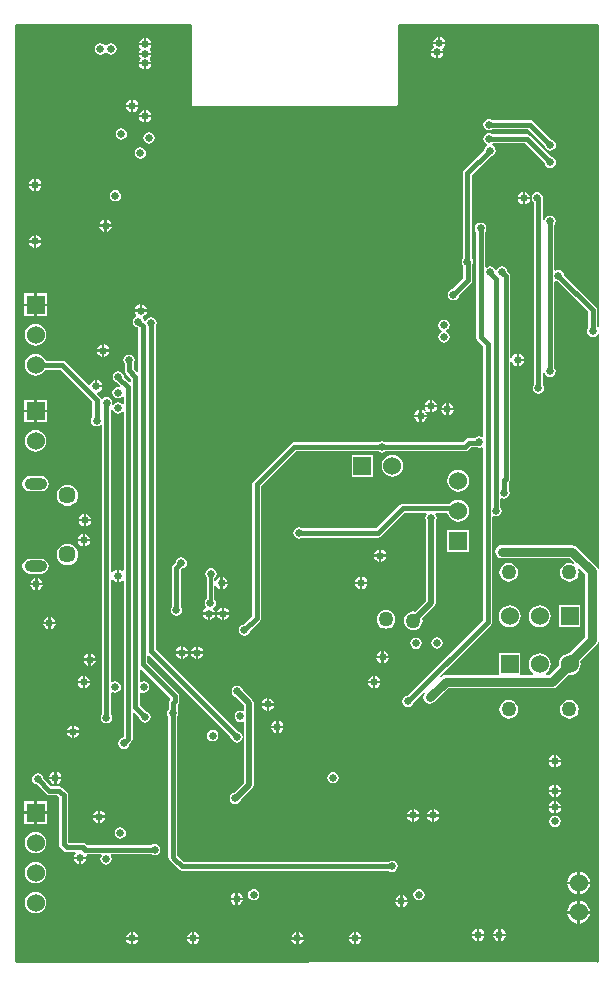
<source format=gbl>
G04*
G04 #@! TF.GenerationSoftware,Altium Limited,Altium Designer,22.4.2 (48)*
G04*
G04 Layer_Physical_Order=4*
G04 Layer_Color=16711680*
%FSLAX44Y44*%
%MOMM*%
G71*
G04*
G04 #@! TF.SameCoordinates,FFC21B23-D813-4AC5-8D0E-201BBD69237A*
G04*
G04*
G04 #@! TF.FilePolarity,Positive*
G04*
G01*
G75*
%ADD62C,1.2700*%
%ADD66R,1.5240X1.5240*%
%ADD67C,1.5240*%
%ADD68R,1.5240X1.5240*%
%ADD69O,1.9050X0.9910*%
%ADD70C,1.4500*%
%ADD73C,0.3000*%
%ADD74C,0.5000*%
%ADD75C,0.8000*%
%ADD77C,0.4500*%
%ADD81C,0.6500*%
G36*
X496621Y797178D02*
X497178Y796621D01*
X497451Y795960D01*
X497460Y540762D01*
X496190Y540179D01*
X495823Y540495D01*
Y555000D01*
X495532Y556463D01*
X494704Y557704D01*
X467703Y584704D01*
X467474Y585853D01*
X466424Y587425D01*
X464853Y588474D01*
X463000Y588843D01*
X461147Y588474D01*
X460843Y588272D01*
X459573Y588951D01*
Y627172D01*
X460224Y628147D01*
X460593Y630000D01*
X460224Y631853D01*
X459174Y633425D01*
X457603Y634474D01*
X455750Y634843D01*
X453897Y634474D01*
X452325Y633425D01*
X451276Y631853D01*
X451076Y630850D01*
X449806Y630975D01*
Y649017D01*
X449727Y649416D01*
X449843Y650000D01*
X449474Y651853D01*
X448425Y653425D01*
X446853Y654474D01*
X445000Y654843D01*
X443147Y654474D01*
X441575Y653425D01*
X440526Y651853D01*
X440157Y650000D01*
X440526Y648147D01*
X441575Y646575D01*
X442159Y646185D01*
Y491795D01*
X441508Y490821D01*
X441139Y488967D01*
X441508Y487114D01*
X442558Y485543D01*
X444129Y484493D01*
X445983Y484124D01*
X447836Y484493D01*
X449407Y485543D01*
X450457Y487114D01*
X450826Y488967D01*
X450457Y490821D01*
X449806Y491795D01*
Y502025D01*
X451076Y502150D01*
X451276Y501147D01*
X452325Y499576D01*
X453897Y498526D01*
X455750Y498157D01*
X457603Y498526D01*
X459174Y499576D01*
X460224Y501147D01*
X460593Y503000D01*
X460224Y504853D01*
X459573Y505828D01*
Y579049D01*
X460843Y579728D01*
X461147Y579526D01*
X462296Y579297D01*
X488177Y553416D01*
Y539828D01*
X487526Y538853D01*
X487157Y537000D01*
X487526Y535147D01*
X488576Y533575D01*
X490147Y532526D01*
X492000Y532157D01*
X493853Y532526D01*
X495425Y533575D01*
X496190Y534721D01*
X497460Y534336D01*
X497467Y336116D01*
X496197Y335991D01*
X496163Y336164D01*
X494947Y337983D01*
X478609Y354322D01*
X476789Y355537D01*
X474643Y355964D01*
X454922D01*
X454725Y356004D01*
X436402D01*
X436066Y355937D01*
X435581Y356033D01*
X414994D01*
X412849Y355606D01*
X411029Y354391D01*
X409814Y352572D01*
X409387Y350426D01*
X409814Y348280D01*
X411029Y346460D01*
X412849Y345245D01*
X414994Y344818D01*
X435581D01*
X435917Y344885D01*
X436402Y344788D01*
X454566D01*
X454764Y344749D01*
X472321D01*
X475872Y341198D01*
X475152Y340121D01*
X474289Y340479D01*
X472240Y340748D01*
X470191Y340479D01*
X468281Y339688D01*
X466641Y338429D01*
X465383Y336790D01*
X464592Y334880D01*
X464322Y332831D01*
X464592Y330781D01*
X465383Y328872D01*
X466641Y327232D01*
X468281Y325974D01*
X470191Y325183D01*
X472240Y324913D01*
X474289Y325183D01*
X476199Y325974D01*
X477839Y327232D01*
X479097Y328872D01*
X479888Y330781D01*
X480158Y332831D01*
X479888Y334880D01*
X479530Y335743D01*
X480607Y336462D01*
X485374Y331695D01*
Y277920D01*
X471703Y264249D01*
X470118Y264040D01*
X467899Y263121D01*
X465994Y261659D01*
X464532Y259754D01*
X463614Y257535D01*
X463300Y255155D01*
X463448Y254034D01*
X455417Y246003D01*
X452704D01*
X452511Y246247D01*
X452715Y247969D01*
X453603Y248650D01*
X455065Y250555D01*
X455984Y252774D01*
X456297Y255155D01*
X455984Y257535D01*
X455065Y259754D01*
X453603Y261659D01*
X451698Y263121D01*
X449479Y264040D01*
X447099Y264353D01*
X444718Y264040D01*
X442499Y263121D01*
X440594Y261659D01*
X439132Y259754D01*
X438214Y257535D01*
X437900Y255155D01*
X438214Y252774D01*
X439132Y250555D01*
X440594Y248650D01*
X441483Y247969D01*
X441687Y246247D01*
X441493Y246003D01*
X432076D01*
X430819Y246035D01*
X430819Y247273D01*
Y264275D01*
X412579D01*
X412579Y246035D01*
X411322Y246003D01*
X367364D01*
X365218Y245576D01*
X363522Y244443D01*
X362712Y245429D01*
X405802Y288519D01*
X406630Y289759D01*
X406921Y291222D01*
Y380063D01*
X408041Y380661D01*
X408245Y380526D01*
X410098Y380157D01*
X411951Y380526D01*
X413523Y381575D01*
X414572Y383147D01*
X414941Y385000D01*
X414572Y386853D01*
X413823Y387974D01*
Y395063D01*
X414944Y395661D01*
X415147Y395526D01*
X417000Y395157D01*
X418853Y395526D01*
X420425Y396575D01*
X421474Y398147D01*
X421843Y400000D01*
X421474Y401853D01*
X420823Y402828D01*
Y409328D01*
X421042Y409547D01*
X421870Y410787D01*
X422161Y412250D01*
Y511142D01*
X423431Y511267D01*
X423555Y510648D01*
X424715Y508911D01*
X426451Y507751D01*
X427500Y507542D01*
Y512696D01*
Y517850D01*
X426451Y517642D01*
X424715Y516481D01*
X423555Y514745D01*
X423431Y514126D01*
X422161Y514250D01*
Y583364D01*
X421870Y584827D01*
X421042Y586068D01*
X419777Y587332D01*
X419474Y588853D01*
X418425Y590424D01*
X416853Y591474D01*
X415000Y591843D01*
X413147Y591474D01*
X411576Y590424D01*
X410706Y589123D01*
X410239Y589021D01*
X409761D01*
X409294Y589123D01*
X408425Y590424D01*
X406853Y591474D01*
X405000Y591843D01*
X403147Y591474D01*
X402093Y590771D01*
X400823Y591411D01*
Y621172D01*
X401474Y622147D01*
X401843Y624000D01*
X401474Y625853D01*
X400424Y627425D01*
X398853Y628474D01*
X397000Y628843D01*
X395147Y628474D01*
X393575Y627425D01*
X392526Y625853D01*
X392157Y624000D01*
X392526Y622147D01*
X393177Y621172D01*
Y532434D01*
X393468Y530971D01*
X394296Y529731D01*
X399275Y524752D01*
Y448037D01*
X398154Y447438D01*
X397951Y447574D01*
X396098Y447942D01*
X394245Y447574D01*
X392698Y446540D01*
X387496D01*
X386033Y446249D01*
X384793Y445420D01*
X382264Y442892D01*
X316327D01*
X315353Y443543D01*
X313500Y443912D01*
X311646Y443543D01*
X310672Y442892D01*
X239068D01*
X237605Y442601D01*
X236365Y441772D01*
X204796Y410204D01*
X203968Y408963D01*
X203677Y407500D01*
Y296084D01*
X196296Y288703D01*
X195147Y288474D01*
X193575Y287425D01*
X192526Y285853D01*
X192157Y284000D01*
X192526Y282147D01*
X193575Y280575D01*
X195147Y279526D01*
X197000Y279157D01*
X198853Y279526D01*
X200425Y280575D01*
X201474Y282147D01*
X201703Y283296D01*
X210204Y291796D01*
X211032Y293037D01*
X211324Y294500D01*
Y405916D01*
X240652Y435245D01*
X310672D01*
X311646Y434594D01*
X313500Y434225D01*
X315353Y434594D01*
X316327Y435245D01*
X383848D01*
X385311Y435536D01*
X386552Y436365D01*
X389080Y438893D01*
X393843D01*
X394245Y438625D01*
X396098Y438256D01*
X397951Y438625D01*
X398154Y438761D01*
X399275Y438162D01*
Y292806D01*
X334834Y228365D01*
X333685Y228137D01*
X332113Y227087D01*
X331063Y225516D01*
X330695Y223662D01*
X331063Y221809D01*
X332113Y220238D01*
X333685Y219188D01*
X335538Y218819D01*
X337391Y219188D01*
X338962Y220238D01*
X340012Y221809D01*
X340241Y222958D01*
X348956Y231673D01*
X349943Y230864D01*
X348809Y229167D01*
X348382Y227022D01*
X348809Y224876D01*
X350025Y223056D01*
X351844Y221841D01*
X353990Y221414D01*
X356136Y221841D01*
X357955Y223056D01*
X369687Y234788D01*
X457739D01*
X459885Y235215D01*
X461705Y236430D01*
X471378Y246103D01*
X472499Y245956D01*
X474879Y246269D01*
X477098Y247188D01*
X479003Y248650D01*
X480465Y250555D01*
X481384Y252774D01*
X481697Y255155D01*
X481384Y257535D01*
X481228Y257912D01*
X494947Y271632D01*
X496163Y273451D01*
X496199Y273635D01*
X497469Y273510D01*
X497479Y4500D01*
Y4106D01*
X497178Y3379D01*
X496621Y2822D01*
X495931Y2537D01*
X495578Y2548D01*
X495539Y2541D01*
X495500Y2549D01*
X4500Y2521D01*
X4106D01*
X3379Y2822D01*
X2822Y3379D01*
X2537Y4069D01*
X2548Y4422D01*
X2541Y4461D01*
X2549Y4500D01*
X2521Y795500D01*
Y795894D01*
X2822Y796621D01*
X3379Y797178D01*
X4069Y797463D01*
X4422Y797452D01*
X4461Y797459D01*
X4500Y797451D01*
X150960D01*
X151621Y797178D01*
X152177Y796621D01*
X152291Y796347D01*
Y730000D01*
X152485Y729025D01*
X153038Y728198D01*
X153865Y727645D01*
X154840Y727451D01*
X160359D01*
X320500Y727423D01*
X320624Y727448D01*
X320750Y727436D01*
X320905Y727451D01*
X324840D01*
X325815Y727645D01*
X326642Y728198D01*
Y728198D01*
X327195Y729025D01*
X327389Y730000D01*
Y733107D01*
X327488Y733525D01*
X327519Y734409D01*
X327512Y734454D01*
X327521Y734500D01*
Y795894D01*
X327822Y796621D01*
X328379Y797178D01*
X329040Y797451D01*
X495500Y797479D01*
X495894D01*
X496621Y797178D01*
D02*
G37*
%LPC*%
G36*
X363000Y786154D02*
Y782000D01*
X367154D01*
X366945Y783048D01*
X365785Y784785D01*
X364048Y785945D01*
X363000Y786154D01*
D02*
G37*
G36*
X361000D02*
X359952Y785945D01*
X358215Y784785D01*
X357055Y783048D01*
X356846Y782000D01*
X361000D01*
Y786154D01*
D02*
G37*
G36*
X114000Y785154D02*
Y781000D01*
X118154D01*
X117945Y782048D01*
X116785Y783785D01*
X115048Y784945D01*
X114000Y785154D01*
D02*
G37*
G36*
X112000D02*
X110952Y784945D01*
X109215Y783785D01*
X108055Y782048D01*
X107846Y781000D01*
X112000D01*
Y785154D01*
D02*
G37*
G36*
X83961Y780843D02*
X82107Y780474D01*
X80536Y779425D01*
X80231Y778967D01*
X78960D01*
X78655Y779425D01*
X77084Y780474D01*
X75230Y780843D01*
X73377Y780474D01*
X71806Y779425D01*
X70756Y777853D01*
X70387Y776000D01*
X70756Y774147D01*
X71806Y772575D01*
X73377Y771526D01*
X75230Y771157D01*
X77084Y771526D01*
X78655Y772575D01*
X78960Y773033D01*
X80231D01*
X80536Y772575D01*
X82107Y771526D01*
X83961Y771157D01*
X85814Y771526D01*
X87385Y772575D01*
X88435Y774147D01*
X88804Y776000D01*
X88435Y777853D01*
X87385Y779425D01*
X85814Y780474D01*
X83961Y780843D01*
D02*
G37*
G36*
X367154Y780000D02*
X356846D01*
X357055Y778952D01*
X357755Y777904D01*
X356484Y777055D01*
X355324Y775318D01*
X355115Y774270D01*
X365423D01*
X365215Y775318D01*
X364515Y776366D01*
X365785Y777215D01*
X366945Y778952D01*
X367154Y780000D01*
D02*
G37*
G36*
X118154Y779000D02*
X107846D01*
X108055Y777952D01*
X108708Y776974D01*
X109123Y776000D01*
X108708Y775026D01*
X108055Y774048D01*
X107846Y773000D01*
X118154D01*
X117945Y774048D01*
X117292Y775026D01*
X116877Y776000D01*
X117292Y776974D01*
X117945Y777952D01*
X118154Y779000D01*
D02*
G37*
G36*
X365423Y772270D02*
X361269D01*
Y768116D01*
X362318Y768325D01*
X364054Y769485D01*
X365215Y771222D01*
X365423Y772270D01*
D02*
G37*
G36*
X359269D02*
X355115D01*
X355324Y771222D01*
X356484Y769485D01*
X358221Y768325D01*
X359269Y768116D01*
Y772270D01*
D02*
G37*
G36*
X118154Y771000D02*
X107846D01*
X108055Y769952D01*
X108708Y768974D01*
X109123Y768000D01*
X108708Y767026D01*
X108055Y766048D01*
X107846Y765000D01*
X118154D01*
X117945Y766048D01*
X117292Y767026D01*
X116877Y768000D01*
X117292Y768974D01*
X117945Y769952D01*
X118154Y771000D01*
D02*
G37*
G36*
Y763000D02*
X114000D01*
Y758846D01*
X115048Y759055D01*
X116785Y760215D01*
X117945Y761952D01*
X118154Y763000D01*
D02*
G37*
G36*
X112000D02*
X107846D01*
X108055Y761952D01*
X109215Y760215D01*
X110952Y759055D01*
X112000Y758846D01*
Y763000D01*
D02*
G37*
G36*
X103108Y733118D02*
Y728964D01*
X107262D01*
X107053Y730012D01*
X105893Y731749D01*
X104156Y732909D01*
X103108Y733118D01*
D02*
G37*
G36*
X101108D02*
X100060Y732909D01*
X98323Y731749D01*
X97163Y730012D01*
X96954Y728964D01*
X101108D01*
Y733118D01*
D02*
G37*
G36*
X107262Y726964D02*
X103108D01*
Y722810D01*
X104156Y723019D01*
X105893Y724179D01*
X107053Y725916D01*
X107262Y726964D01*
D02*
G37*
G36*
X101108D02*
X96954D01*
X97163Y725916D01*
X98323Y724179D01*
X100060Y723019D01*
X101108Y722810D01*
Y726964D01*
D02*
G37*
G36*
X114000Y724154D02*
Y720000D01*
X118154D01*
X117945Y721048D01*
X116785Y722785D01*
X115048Y723945D01*
X114000Y724154D01*
D02*
G37*
G36*
X112000D02*
X110952Y723945D01*
X109215Y722785D01*
X108055Y721048D01*
X107846Y720000D01*
X112000D01*
Y724154D01*
D02*
G37*
G36*
X118154Y718000D02*
X114000D01*
Y713846D01*
X115048Y714055D01*
X116785Y715215D01*
X117945Y716952D01*
X118154Y718000D01*
D02*
G37*
G36*
X112000D02*
X107846D01*
X108055Y716952D01*
X109215Y715215D01*
X110952Y714055D01*
X112000Y713846D01*
Y718000D01*
D02*
G37*
G36*
X92845Y708998D02*
X90991Y708630D01*
X89420Y707580D01*
X88370Y706009D01*
X88002Y704155D01*
X88370Y702302D01*
X89420Y700731D01*
X90991Y699681D01*
X92845Y699312D01*
X94698Y699681D01*
X96269Y700731D01*
X97319Y702302D01*
X97688Y704155D01*
X97319Y706009D01*
X96269Y707580D01*
X94698Y708630D01*
X92845Y708998D01*
D02*
G37*
G36*
X116378Y705417D02*
X114525Y705049D01*
X112953Y703999D01*
X111904Y702427D01*
X111535Y700574D01*
X111904Y698721D01*
X112953Y697150D01*
X114525Y696100D01*
X116378Y695731D01*
X118231Y696100D01*
X119803Y697150D01*
X120852Y698721D01*
X121221Y700574D01*
X120852Y702427D01*
X119803Y703999D01*
X118231Y705049D01*
X116378Y705417D01*
D02*
G37*
G36*
X404000Y716843D02*
X402147Y716474D01*
X400575Y715425D01*
X399526Y713853D01*
X399157Y712000D01*
X399526Y710147D01*
X400575Y708575D01*
X402147Y707526D01*
X404000Y707157D01*
X405853Y707526D01*
X406828Y708177D01*
X437259D01*
X451297Y694139D01*
X451526Y692990D01*
X452575Y691419D01*
X454147Y690369D01*
X456000Y690000D01*
X457853Y690369D01*
X459425Y691419D01*
X460474Y692990D01*
X460843Y694843D01*
X460474Y696696D01*
X459425Y698268D01*
X457853Y699317D01*
X456704Y699546D01*
X441547Y714704D01*
X440306Y715532D01*
X438843Y715823D01*
X406828D01*
X405853Y716474D01*
X404000Y716843D01*
D02*
G37*
G36*
X109000Y692843D02*
X107147Y692474D01*
X105576Y691425D01*
X104526Y689853D01*
X104157Y688000D01*
X104526Y686147D01*
X105576Y684575D01*
X107147Y683526D01*
X109000Y683157D01*
X110853Y683526D01*
X112425Y684575D01*
X113474Y686147D01*
X113843Y688000D01*
X113474Y689853D01*
X112425Y691425D01*
X110853Y692474D01*
X109000Y692843D01*
D02*
G37*
G36*
X404000Y704843D02*
X402147Y704474D01*
X400575Y703425D01*
X399526Y701853D01*
X399157Y700000D01*
X399526Y698147D01*
X400575Y696575D01*
X402147Y695526D01*
X402368Y695482D01*
X402636Y694133D01*
X401575Y693425D01*
X400526Y691853D01*
X400297Y690704D01*
X383122Y673530D01*
X382294Y672289D01*
X382003Y670826D01*
Y598712D01*
X381352Y597737D01*
X380983Y595884D01*
X381352Y594031D01*
X382385Y592484D01*
Y585960D01*
X382427Y585752D01*
Y581834D01*
X373296Y572703D01*
X372147Y572474D01*
X370575Y571425D01*
X369526Y569853D01*
X369157Y568000D01*
X369526Y566147D01*
X370575Y564576D01*
X372147Y563526D01*
X374000Y563157D01*
X375853Y563526D01*
X377425Y564576D01*
X378474Y566147D01*
X378703Y567296D01*
X388954Y577546D01*
X389782Y578787D01*
X390073Y580250D01*
Y585919D01*
X390032Y586127D01*
Y593629D01*
X390300Y594031D01*
X390669Y595884D01*
X390300Y597737D01*
X389649Y598712D01*
Y669242D01*
X405704Y685297D01*
X406853Y685526D01*
X408425Y686575D01*
X409474Y688147D01*
X409843Y690000D01*
X409474Y691853D01*
X408425Y693425D01*
X407370Y694129D01*
X407093Y695517D01*
X407135Y695698D01*
X407568Y696177D01*
X434985D01*
X451375Y679786D01*
X451710Y678105D01*
X452759Y676533D01*
X454331Y675484D01*
X456184Y675115D01*
X458037Y675484D01*
X459609Y676533D01*
X460658Y678105D01*
X461027Y679958D01*
X460658Y681811D01*
X459609Y683383D01*
X458037Y684432D01*
X457421Y684555D01*
X439272Y702704D01*
X438032Y703532D01*
X436569Y703823D01*
X406828D01*
X405853Y704474D01*
X404000Y704843D01*
D02*
G37*
G36*
X21000Y666154D02*
Y662000D01*
X25154D01*
X24945Y663048D01*
X23785Y664785D01*
X22048Y665945D01*
X21000Y666154D01*
D02*
G37*
G36*
X19000D02*
X17952Y665945D01*
X16215Y664785D01*
X15055Y663048D01*
X14846Y662000D01*
X19000D01*
Y666154D01*
D02*
G37*
G36*
X25154Y660000D02*
X21000D01*
Y655846D01*
X22048Y656055D01*
X23785Y657215D01*
X24945Y658952D01*
X25154Y660000D01*
D02*
G37*
G36*
X19000D02*
X14846D01*
X15055Y658952D01*
X16215Y657215D01*
X17952Y656055D01*
X19000Y655846D01*
Y660000D01*
D02*
G37*
G36*
X434566Y654720D02*
Y650566D01*
X438720D01*
X438511Y651614D01*
X437351Y653351D01*
X435614Y654511D01*
X434566Y654720D01*
D02*
G37*
G36*
X432566D02*
X431517Y654511D01*
X429781Y653351D01*
X428620Y651614D01*
X428412Y650566D01*
X432566D01*
Y654720D01*
D02*
G37*
G36*
X87884Y656607D02*
X86031Y656238D01*
X84459Y655189D01*
X83410Y653617D01*
X83041Y651764D01*
X83410Y649911D01*
X84459Y648339D01*
X86031Y647290D01*
X87884Y646921D01*
X89737Y647290D01*
X91309Y648339D01*
X92358Y649911D01*
X92727Y651764D01*
X92358Y653617D01*
X91309Y655189D01*
X89737Y656238D01*
X87884Y656607D01*
D02*
G37*
G36*
X438720Y648566D02*
X434566D01*
Y644412D01*
X435614Y644621D01*
X437351Y645781D01*
X438511Y647517D01*
X438720Y648566D01*
D02*
G37*
G36*
X432566D02*
X428412D01*
X428620Y647517D01*
X429781Y645781D01*
X431517Y644621D01*
X432566Y644412D01*
Y648566D01*
D02*
G37*
G36*
X80487Y631666D02*
Y627512D01*
X84642D01*
X84433Y628561D01*
X83273Y630298D01*
X81536Y631458D01*
X80487Y631666D01*
D02*
G37*
G36*
X78488D02*
X77439Y631458D01*
X75703Y630298D01*
X74542Y628561D01*
X74334Y627512D01*
X78488D01*
Y631666D01*
D02*
G37*
G36*
X84642Y625512D02*
X80487D01*
Y621358D01*
X81536Y621567D01*
X83273Y622727D01*
X84433Y624464D01*
X84642Y625512D01*
D02*
G37*
G36*
X78488D02*
X74334D01*
X74542Y624464D01*
X75703Y622727D01*
X77439Y621567D01*
X78488Y621358D01*
Y625512D01*
D02*
G37*
G36*
X21000Y618154D02*
Y614000D01*
X25154D01*
X24945Y615048D01*
X23785Y616785D01*
X22048Y617945D01*
X21000Y618154D01*
D02*
G37*
G36*
X19000D02*
X17952Y617945D01*
X16215Y616785D01*
X15055Y615048D01*
X14846Y614000D01*
X19000D01*
Y618154D01*
D02*
G37*
G36*
X25154Y612000D02*
X21000D01*
Y607846D01*
X22048Y608055D01*
X23785Y609215D01*
X24945Y610952D01*
X25154Y612000D01*
D02*
G37*
G36*
X19000D02*
X14846D01*
X15055Y610952D01*
X16215Y609215D01*
X17952Y608055D01*
X19000Y607846D01*
Y612000D01*
D02*
G37*
G36*
X29874Y569022D02*
X21254D01*
Y560402D01*
X29874D01*
Y569022D01*
D02*
G37*
G36*
X19254D02*
X10634D01*
Y560402D01*
X19254D01*
Y569022D01*
D02*
G37*
G36*
X110409Y559679D02*
Y555525D01*
X114563D01*
X114355Y556573D01*
X113195Y558310D01*
X111458Y559470D01*
X110409Y559679D01*
D02*
G37*
G36*
X108409D02*
X107361Y559470D01*
X105624Y558310D01*
X104464Y556573D01*
X104256Y555525D01*
X108409D01*
Y559679D01*
D02*
G37*
G36*
X29874Y558402D02*
X21254D01*
Y549782D01*
X29874D01*
Y558402D01*
D02*
G37*
G36*
X19254D02*
X10634D01*
Y549782D01*
X19254D01*
Y558402D01*
D02*
G37*
G36*
X366000Y546843D02*
X364147Y546474D01*
X362575Y545425D01*
X361526Y543853D01*
X361157Y542000D01*
X361526Y540147D01*
X362575Y538576D01*
X363877Y537706D01*
X363979Y537239D01*
Y536761D01*
X363877Y536294D01*
X362575Y535425D01*
X361526Y533853D01*
X361157Y532000D01*
X361526Y530147D01*
X362575Y528575D01*
X364147Y527526D01*
X366000Y527157D01*
X367853Y527526D01*
X369425Y528575D01*
X370474Y530147D01*
X370843Y532000D01*
X370474Y533853D01*
X369425Y535425D01*
X368123Y536294D01*
X368021Y536761D01*
Y537239D01*
X368123Y537706D01*
X369425Y538576D01*
X370474Y540147D01*
X370843Y542000D01*
X370474Y543853D01*
X369425Y545425D01*
X367853Y546474D01*
X366000Y546843D01*
D02*
G37*
G36*
X20254Y543201D02*
X17873Y542887D01*
X15655Y541968D01*
X13750Y540507D01*
X12288Y538601D01*
X11369Y536383D01*
X11055Y534002D01*
X11369Y531621D01*
X12288Y529403D01*
X13750Y527497D01*
X15655Y526036D01*
X17873Y525117D01*
X20254Y524803D01*
X22635Y525117D01*
X24853Y526036D01*
X26758Y527497D01*
X28220Y529403D01*
X29139Y531621D01*
X29453Y534002D01*
X29139Y536383D01*
X28220Y538601D01*
X26758Y540507D01*
X24853Y541968D01*
X22635Y542887D01*
X20254Y543201D01*
D02*
G37*
G36*
X78500Y525850D02*
Y521696D01*
X82654D01*
X82445Y522745D01*
X81285Y524481D01*
X79548Y525642D01*
X78500Y525850D01*
D02*
G37*
G36*
X76500D02*
X75452Y525642D01*
X73715Y524481D01*
X72555Y522745D01*
X72346Y521696D01*
X76500D01*
Y525850D01*
D02*
G37*
G36*
X82654Y519696D02*
X78500D01*
Y515542D01*
X79548Y515751D01*
X81285Y516911D01*
X82445Y518648D01*
X82654Y519696D01*
D02*
G37*
G36*
X76500D02*
X72346D01*
X72555Y518648D01*
X73715Y516911D01*
X75452Y515751D01*
X76500Y515542D01*
Y519696D01*
D02*
G37*
G36*
X429500Y517850D02*
Y513696D01*
X433654D01*
X433445Y514745D01*
X432285Y516481D01*
X430548Y517642D01*
X429500Y517850D01*
D02*
G37*
G36*
X433654Y511696D02*
X429500D01*
Y507542D01*
X430548Y507751D01*
X432285Y508911D01*
X433445Y510648D01*
X433654Y511696D01*
D02*
G37*
G36*
X114563Y553525D02*
X104256D01*
X104464Y552477D01*
X105624Y550740D01*
X105664Y550713D01*
X105342Y549402D01*
X103879Y548425D01*
X102830Y546853D01*
X102461Y545000D01*
X102830Y543147D01*
X103879Y541575D01*
X105451Y540526D01*
X106600Y540297D01*
X107177Y539720D01*
Y503196D01*
X106003Y502710D01*
X103266Y505447D01*
Y509776D01*
X103821Y510607D01*
X104190Y512460D01*
X103821Y514313D01*
X102772Y515885D01*
X101200Y516934D01*
X99347Y517303D01*
X97494Y516934D01*
X95922Y515885D01*
X94873Y514313D01*
X94504Y512460D01*
X94873Y510607D01*
X95619Y509489D01*
Y503863D01*
X95910Y502400D01*
X96739Y501160D01*
X100927Y496972D01*
Y494371D01*
X99753Y493885D01*
X95261Y498377D01*
X94898Y500201D01*
X93849Y501773D01*
X92277Y502822D01*
X90424Y503191D01*
X88571Y502822D01*
X86999Y501773D01*
X85950Y500201D01*
X85581Y498348D01*
X85950Y496495D01*
X86999Y494923D01*
X88571Y493874D01*
X89044Y493779D01*
X92109Y490715D01*
X91479Y489549D01*
X90000Y489843D01*
X88147Y489474D01*
X86575Y488425D01*
X85526Y486853D01*
X85157Y485000D01*
X85526Y483147D01*
X86575Y481575D01*
X88147Y480526D01*
X90000Y480157D01*
X91853Y480526D01*
X93425Y481575D01*
X93459Y481626D01*
X94729Y481241D01*
Y475759D01*
X93459Y475374D01*
X93425Y475425D01*
X91853Y476474D01*
X90000Y476843D01*
X88147Y476474D01*
X86575Y475425D01*
X86154Y474795D01*
X84958Y475290D01*
X85223Y476620D01*
X84854Y478474D01*
X83804Y480045D01*
X82233Y481095D01*
X80380Y481463D01*
X78526Y481095D01*
X76955Y480045D01*
X76921Y479993D01*
X75573Y480262D01*
X75532Y480463D01*
X74704Y481704D01*
X72497Y483910D01*
X72915Y485288D01*
X73722Y485449D01*
X75459Y486609D01*
X76619Y488346D01*
X76828Y489394D01*
X71674D01*
Y490394D01*
X70674D01*
Y495548D01*
X69625Y495340D01*
X67889Y494179D01*
X66728Y492443D01*
X66568Y491636D01*
X65190Y491217D01*
X45704Y510704D01*
X44463Y511532D01*
X43000Y511823D01*
X28791D01*
X28220Y513201D01*
X26758Y515107D01*
X24853Y516568D01*
X22635Y517487D01*
X20254Y517801D01*
X17873Y517487D01*
X15655Y516568D01*
X13750Y515107D01*
X12288Y513201D01*
X11369Y510983D01*
X11055Y508602D01*
X11369Y506221D01*
X12288Y504003D01*
X13750Y502098D01*
X15655Y500636D01*
X17873Y499717D01*
X20254Y499403D01*
X22635Y499717D01*
X24853Y500636D01*
X26758Y502098D01*
X28220Y504003D01*
X28292Y504177D01*
X41416D01*
X68177Y477416D01*
Y464228D01*
X67526Y463253D01*
X67157Y461400D01*
X67526Y459547D01*
X68576Y457975D01*
X70147Y456926D01*
X72000Y456557D01*
X73853Y456926D01*
X75157Y457796D01*
X76427Y457363D01*
Y212578D01*
X75776Y211603D01*
X75407Y209750D01*
X75776Y207897D01*
X76825Y206325D01*
X78397Y205276D01*
X80250Y204907D01*
X82103Y205276D01*
X83675Y206325D01*
X84724Y207897D01*
X85093Y209750D01*
X84724Y211603D01*
X84073Y212578D01*
Y230968D01*
X85343Y231647D01*
X85886Y231284D01*
X87739Y230916D01*
X89593Y231284D01*
X91164Y232334D01*
X92213Y233906D01*
X92582Y235759D01*
X92213Y237612D01*
X91164Y239183D01*
X89593Y240233D01*
X87739Y240602D01*
X85886Y240233D01*
X85343Y239871D01*
X84073Y240550D01*
Y327134D01*
X85343Y327519D01*
X86215Y326215D01*
X87952Y325055D01*
X89000Y324846D01*
Y330000D01*
Y335154D01*
X87952Y334945D01*
X86215Y333785D01*
X85343Y332481D01*
X84073Y332866D01*
Y470937D01*
X85343Y471062D01*
X85526Y470147D01*
X86575Y468575D01*
X88147Y467526D01*
X90000Y467157D01*
X91853Y467526D01*
X93425Y468575D01*
X93459Y468626D01*
X94729Y468241D01*
Y334485D01*
X93459Y334003D01*
X92048Y334945D01*
X91000Y335154D01*
Y330000D01*
Y324846D01*
X92048Y325055D01*
X93459Y325997D01*
X94729Y325515D01*
Y193677D01*
X93620Y192569D01*
X93147Y192474D01*
X91575Y191425D01*
X90526Y189853D01*
X90157Y188000D01*
X90526Y186147D01*
X91575Y184575D01*
X93147Y183526D01*
X95000Y183157D01*
X96853Y183526D01*
X98425Y184575D01*
X99474Y186147D01*
X99837Y187971D01*
X101256Y189390D01*
X102084Y190630D01*
X102375Y192093D01*
Y213937D01*
X103549Y214423D01*
X108110Y209862D01*
X108338Y208713D01*
X109388Y207142D01*
X110959Y206092D01*
X112813Y205723D01*
X114666Y206092D01*
X116237Y207142D01*
X117287Y208713D01*
X117656Y210566D01*
X117287Y212420D01*
X116237Y213991D01*
X114666Y215041D01*
X113517Y215269D01*
X108573Y220213D01*
Y230813D01*
X109693Y231411D01*
X109897Y231276D01*
X111750Y230907D01*
X113603Y231276D01*
X115175Y232325D01*
X116224Y233897D01*
X116593Y235750D01*
X116224Y237603D01*
X115175Y239175D01*
X113603Y240224D01*
X111750Y240593D01*
X109897Y240224D01*
X109693Y240089D01*
X108573Y240687D01*
Y250360D01*
X109747Y250846D01*
X134099Y226494D01*
Y225162D01*
X134077Y225140D01*
X133248Y223900D01*
X132957Y222437D01*
Y217268D01*
X131924Y215721D01*
X131555Y213868D01*
X131924Y212015D01*
X132575Y211040D01*
Y91602D01*
X132866Y90139D01*
X133694Y88898D01*
X141296Y81296D01*
X142537Y80468D01*
X144000Y80177D01*
X319172D01*
X320147Y79526D01*
X322000Y79157D01*
X323853Y79526D01*
X325424Y80576D01*
X326474Y82147D01*
X326843Y84000D01*
X326474Y85853D01*
X325424Y87425D01*
X323853Y88474D01*
X322000Y88843D01*
X320147Y88474D01*
X319172Y87823D01*
X145584D01*
X140221Y93186D01*
Y211040D01*
X140872Y212015D01*
X141241Y213868D01*
X140872Y215721D01*
X140604Y216123D01*
Y220853D01*
X140626Y220874D01*
X141454Y222115D01*
X141745Y223578D01*
Y228078D01*
X141454Y229541D01*
X140626Y230782D01*
X114823Y256584D01*
Y262288D01*
X116093Y262814D01*
X186120Y192787D01*
X186349Y191638D01*
X187399Y190067D01*
X188970Y189017D01*
X190823Y188648D01*
X192677Y189017D01*
X194248Y190067D01*
X195298Y191638D01*
X195666Y193491D01*
X195298Y195345D01*
X194248Y196916D01*
X192677Y197966D01*
X191527Y198195D01*
X121823Y267898D01*
Y541172D01*
X122474Y542147D01*
X122843Y544000D01*
X122474Y545853D01*
X121425Y547425D01*
X119853Y548474D01*
X118000Y548843D01*
X116147Y548474D01*
X114575Y547425D01*
X113577Y545930D01*
X113364Y545739D01*
X113200Y545689D01*
X111838Y546556D01*
X111778Y546853D01*
X110897Y548173D01*
X111191Y549527D01*
X111458Y549580D01*
X113195Y550740D01*
X114355Y552477D01*
X114563Y553525D01*
D02*
G37*
G36*
X72674Y495548D02*
Y491394D01*
X76828D01*
X76619Y492443D01*
X75459Y494179D01*
X73722Y495340D01*
X72674Y495548D01*
D02*
G37*
G36*
X355838Y478610D02*
Y474456D01*
X359992D01*
X359783Y475504D01*
X358623Y477241D01*
X356886Y478401D01*
X355838Y478610D01*
D02*
G37*
G36*
X353838D02*
X352790Y478401D01*
X351053Y477241D01*
X349893Y475504D01*
X349684Y474456D01*
X353838D01*
Y478610D01*
D02*
G37*
G36*
X370000Y476154D02*
Y472000D01*
X374154D01*
X373945Y473048D01*
X372785Y474785D01*
X371048Y475945D01*
X370000Y476154D01*
D02*
G37*
G36*
X368000D02*
X366952Y475945D01*
X365215Y474785D01*
X364055Y473048D01*
X363846Y472000D01*
X368000D01*
Y476154D01*
D02*
G37*
G36*
X29874Y479112D02*
X21254D01*
Y470492D01*
X29874D01*
Y479112D01*
D02*
G37*
G36*
X19254D02*
X10634D01*
Y470492D01*
X19254D01*
Y479112D01*
D02*
G37*
G36*
X353838Y472456D02*
X349684D01*
X349893Y471408D01*
X350883Y469926D01*
X349987Y469113D01*
X348250Y470273D01*
X347202Y470482D01*
Y466328D01*
X351356D01*
X351147Y467376D01*
X350157Y468858D01*
X351053Y469671D01*
X352790Y468511D01*
X353838Y468302D01*
Y472456D01*
D02*
G37*
G36*
X359992D02*
X355838D01*
Y468302D01*
X356886Y468511D01*
X358623Y469671D01*
X359783Y471408D01*
X359992Y472456D01*
D02*
G37*
G36*
X345202Y470482D02*
X344154Y470273D01*
X342417Y469113D01*
X341257Y467376D01*
X341048Y466328D01*
X345202D01*
Y470482D01*
D02*
G37*
G36*
X374154Y470000D02*
X370000D01*
Y465846D01*
X371048Y466055D01*
X372785Y467215D01*
X373945Y468952D01*
X374154Y470000D01*
D02*
G37*
G36*
X368000D02*
X363846D01*
X364055Y468952D01*
X365215Y467215D01*
X366952Y466055D01*
X368000Y465846D01*
Y470000D01*
D02*
G37*
G36*
X351356Y464328D02*
X347202D01*
Y460174D01*
X348250Y460383D01*
X349987Y461543D01*
X351147Y463280D01*
X351356Y464328D01*
D02*
G37*
G36*
X345202D02*
X341048D01*
X341257Y463280D01*
X342417Y461543D01*
X344154Y460383D01*
X345202Y460174D01*
Y464328D01*
D02*
G37*
G36*
X29874Y468492D02*
X21254D01*
Y459872D01*
X29874D01*
Y468492D01*
D02*
G37*
G36*
X19254D02*
X10634D01*
Y459872D01*
X19254D01*
Y468492D01*
D02*
G37*
G36*
X20254Y453291D02*
X17873Y452977D01*
X15655Y452058D01*
X13750Y450597D01*
X12288Y448691D01*
X11369Y446473D01*
X11055Y444092D01*
X11369Y441711D01*
X12288Y439493D01*
X13750Y437588D01*
X15655Y436126D01*
X17873Y435207D01*
X20254Y434893D01*
X22635Y435207D01*
X24853Y436126D01*
X26758Y437588D01*
X28220Y439493D01*
X29139Y441711D01*
X29453Y444092D01*
X29139Y446473D01*
X28220Y448691D01*
X26758Y450597D01*
X24853Y452058D01*
X22635Y452977D01*
X20254Y453291D01*
D02*
G37*
G36*
X306120Y432120D02*
X287880D01*
Y413880D01*
X306120D01*
Y432120D01*
D02*
G37*
G36*
X322400Y432199D02*
X320019Y431885D01*
X317801Y430966D01*
X315896Y429504D01*
X314434Y427599D01*
X313515Y425381D01*
X313201Y423000D01*
X313515Y420619D01*
X314434Y418401D01*
X315896Y416496D01*
X317801Y415034D01*
X320019Y414115D01*
X322400Y413801D01*
X324781Y414115D01*
X326999Y415034D01*
X328904Y416496D01*
X330366Y418401D01*
X331285Y420619D01*
X331599Y423000D01*
X331285Y425381D01*
X330366Y427599D01*
X328904Y429504D01*
X326999Y430966D01*
X324781Y431885D01*
X322400Y432199D01*
D02*
G37*
G36*
X24855Y414566D02*
X15715D01*
X13196Y414066D01*
X11061Y412639D01*
X9635Y410504D01*
X9133Y407985D01*
X9635Y405466D01*
X11061Y403331D01*
X13196Y401905D01*
X15715Y401404D01*
X24855D01*
X27374Y401905D01*
X29509Y403331D01*
X30935Y405466D01*
X31436Y407985D01*
X30935Y410504D01*
X29509Y412639D01*
X27374Y414066D01*
X24855Y414566D01*
D02*
G37*
G36*
X378000Y419599D02*
X375619Y419285D01*
X373401Y418366D01*
X371496Y416904D01*
X370034Y414999D01*
X369115Y412781D01*
X368801Y410400D01*
X369115Y408019D01*
X370034Y405801D01*
X371496Y403895D01*
X373401Y402434D01*
X375619Y401515D01*
X378000Y401201D01*
X380381Y401515D01*
X382599Y402434D01*
X384505Y403895D01*
X385966Y405801D01*
X386885Y408019D01*
X387199Y410400D01*
X386885Y412781D01*
X385966Y414999D01*
X384505Y416904D01*
X382599Y418366D01*
X380381Y419285D01*
X378000Y419599D01*
D02*
G37*
G36*
Y394199D02*
X375619Y393885D01*
X373401Y392966D01*
X371496Y391504D01*
X371015Y390878D01*
X370974D01*
X369994Y391073D01*
X331250D01*
X329787Y390782D01*
X328546Y389954D01*
X308594Y370001D01*
X246054D01*
X245080Y370652D01*
X243226Y371021D01*
X241373Y370652D01*
X239802Y369603D01*
X238752Y368031D01*
X238383Y366178D01*
X238752Y364325D01*
X239802Y362753D01*
X241373Y361704D01*
X243226Y361335D01*
X245080Y361704D01*
X246054Y362355D01*
X310178D01*
X311641Y362646D01*
X312882Y363474D01*
X332834Y383427D01*
X350963D01*
X351396Y382157D01*
X350526Y380853D01*
X350157Y379000D01*
X350526Y377147D01*
X350922Y376554D01*
Y308689D01*
X341900Y299668D01*
X340000Y299918D01*
X337951Y299648D01*
X336041Y298857D01*
X334401Y297599D01*
X333143Y295959D01*
X332352Y294049D01*
X332082Y292000D01*
X332352Y289951D01*
X333143Y288041D01*
X334401Y286401D01*
X336041Y285143D01*
X337951Y284352D01*
X340000Y284082D01*
X342049Y284352D01*
X343959Y285143D01*
X345599Y286401D01*
X346857Y288041D01*
X347648Y289951D01*
X347918Y292000D01*
X347668Y293900D01*
X357884Y304116D01*
X357884Y304116D01*
X358768Y305439D01*
X359078Y307000D01*
Y376554D01*
X359474Y377147D01*
X359843Y379000D01*
X359474Y380853D01*
X358604Y382157D01*
X359037Y383427D01*
X369008D01*
X369115Y382619D01*
X370034Y380401D01*
X371496Y378495D01*
X373401Y377034D01*
X375619Y376115D01*
X378000Y375801D01*
X380381Y376115D01*
X382599Y377034D01*
X384505Y378495D01*
X385966Y380401D01*
X386885Y382619D01*
X387199Y385000D01*
X386885Y387381D01*
X385966Y389599D01*
X384505Y391504D01*
X382599Y392966D01*
X380381Y393885D01*
X378000Y394199D01*
D02*
G37*
G36*
X47285Y406810D02*
X45001Y406510D01*
X42872Y405628D01*
X41044Y404226D01*
X39642Y402398D01*
X38760Y400269D01*
X38459Y397985D01*
X38760Y395701D01*
X39642Y393572D01*
X41044Y391744D01*
X42872Y390342D01*
X45001Y389460D01*
X47285Y389160D01*
X49569Y389460D01*
X51698Y390342D01*
X53526Y391744D01*
X54928Y393572D01*
X55810Y395701D01*
X56111Y397985D01*
X55810Y400269D01*
X54928Y402398D01*
X53526Y404226D01*
X51698Y405628D01*
X49569Y406510D01*
X47285Y406810D01*
D02*
G37*
G36*
X62976Y382090D02*
Y377936D01*
X67130D01*
X66921Y378984D01*
X65761Y380721D01*
X64024Y381881D01*
X62976Y382090D01*
D02*
G37*
G36*
X60976D02*
X59928Y381881D01*
X58191Y380721D01*
X57031Y378984D01*
X56822Y377936D01*
X60976D01*
Y382090D01*
D02*
G37*
G36*
X67130Y375936D02*
X62976D01*
Y371782D01*
X64024Y371991D01*
X65761Y373151D01*
X66921Y374888D01*
X67130Y375936D01*
D02*
G37*
G36*
X60976D02*
X56822D01*
X57031Y374888D01*
X58191Y373151D01*
X59928Y371991D01*
X60976Y371782D01*
Y375936D01*
D02*
G37*
G36*
X62000Y365154D02*
Y361000D01*
X66154D01*
X65945Y362048D01*
X64785Y363785D01*
X63048Y364945D01*
X62000Y365154D01*
D02*
G37*
G36*
X60000D02*
X58952Y364945D01*
X57215Y363785D01*
X56055Y362048D01*
X55846Y361000D01*
X60000D01*
Y365154D01*
D02*
G37*
G36*
X66154Y359000D02*
X62000D01*
Y354846D01*
X63048Y355055D01*
X64785Y356215D01*
X65945Y357952D01*
X66154Y359000D01*
D02*
G37*
G36*
X60000D02*
X55846D01*
X56055Y357952D01*
X57215Y356215D01*
X58952Y355055D01*
X60000Y354846D01*
Y359000D01*
D02*
G37*
G36*
X387120Y368720D02*
X368880D01*
Y350480D01*
X387120D01*
Y368720D01*
D02*
G37*
G36*
X313000Y352154D02*
Y348000D01*
X317154D01*
X316945Y349048D01*
X315785Y350785D01*
X314048Y351945D01*
X313000Y352154D01*
D02*
G37*
G36*
X311000D02*
X309952Y351945D01*
X308215Y350785D01*
X307055Y349048D01*
X306846Y348000D01*
X311000D01*
Y352154D01*
D02*
G37*
G36*
X317154Y346000D02*
X313000D01*
Y341846D01*
X314048Y342055D01*
X315785Y343215D01*
X316945Y344952D01*
X317154Y346000D01*
D02*
G37*
G36*
X311000D02*
X306846D01*
X307055Y344952D01*
X308215Y343215D01*
X309952Y342055D01*
X311000Y341846D01*
Y346000D01*
D02*
G37*
G36*
X47285Y356810D02*
X45001Y356510D01*
X42872Y355628D01*
X41044Y354226D01*
X39642Y352398D01*
X38760Y350269D01*
X38459Y347985D01*
X38760Y345701D01*
X39642Y343572D01*
X41044Y341744D01*
X42872Y340342D01*
X45001Y339460D01*
X47285Y339160D01*
X49569Y339460D01*
X51698Y340342D01*
X53526Y341744D01*
X54928Y343572D01*
X55810Y345701D01*
X56111Y347985D01*
X55810Y350269D01*
X54928Y352398D01*
X53526Y354226D01*
X51698Y355628D01*
X49569Y356510D01*
X47285Y356810D01*
D02*
G37*
G36*
X24855Y344566D02*
X15715D01*
X13196Y344066D01*
X11061Y342639D01*
X9635Y340504D01*
X9133Y337985D01*
X9635Y335466D01*
X11061Y333331D01*
X13196Y331904D01*
X15715Y331404D01*
X24855D01*
X27374Y331904D01*
X29509Y333331D01*
X30935Y335466D01*
X31436Y337985D01*
X30935Y340504D01*
X29509Y342639D01*
X27374Y344066D01*
X24855Y344566D01*
D02*
G37*
G36*
X297000Y329154D02*
Y325000D01*
X301154D01*
X300945Y326048D01*
X299785Y327785D01*
X298048Y328945D01*
X297000Y329154D01*
D02*
G37*
G36*
X295000D02*
X293952Y328945D01*
X292215Y327785D01*
X291055Y326048D01*
X290846Y325000D01*
X295000D01*
Y329154D01*
D02*
G37*
G36*
X420925Y340748D02*
X418875Y340479D01*
X416966Y339688D01*
X415326Y338429D01*
X414068Y336790D01*
X413277Y334880D01*
X413007Y332831D01*
X413277Y330781D01*
X414068Y328872D01*
X415326Y327232D01*
X416966Y325974D01*
X418875Y325183D01*
X420925Y324913D01*
X422974Y325183D01*
X424883Y325974D01*
X426523Y327232D01*
X427782Y328872D01*
X428573Y330781D01*
X428842Y332831D01*
X428573Y334880D01*
X427782Y336790D01*
X426523Y338429D01*
X424883Y339688D01*
X422974Y340479D01*
X420925Y340748D01*
D02*
G37*
G36*
X178800Y328750D02*
Y324596D01*
X182954D01*
X182745Y325644D01*
X181585Y327381D01*
X179848Y328541D01*
X178800Y328750D01*
D02*
G37*
G36*
X22000Y328154D02*
Y324000D01*
X26154D01*
X25945Y325048D01*
X24785Y326785D01*
X23048Y327945D01*
X22000Y328154D01*
D02*
G37*
G36*
X20000D02*
X18952Y327945D01*
X17215Y326785D01*
X16055Y325048D01*
X15846Y324000D01*
X20000D01*
Y328154D01*
D02*
G37*
G36*
X301154Y323000D02*
X297000D01*
Y318846D01*
X298048Y319055D01*
X299785Y320215D01*
X300945Y321952D01*
X301154Y323000D01*
D02*
G37*
G36*
X295000D02*
X290846D01*
X291055Y321952D01*
X292215Y320215D01*
X293952Y319055D01*
X295000Y318846D01*
Y323000D01*
D02*
G37*
G36*
X182954Y322596D02*
X178800D01*
Y318442D01*
X179848Y318651D01*
X181585Y319811D01*
X182745Y321548D01*
X182954Y322596D01*
D02*
G37*
G36*
X168910Y336567D02*
X167057Y336198D01*
X165485Y335149D01*
X164436Y333577D01*
X164067Y331724D01*
X164436Y329871D01*
X165470Y328322D01*
Y311010D01*
X164723Y310511D01*
X163674Y308939D01*
X163305Y307086D01*
X163674Y305233D01*
X164467Y304045D01*
X164337Y302723D01*
X164230Y302463D01*
X163215Y301785D01*
X162055Y300048D01*
X161846Y299000D01*
X172154D01*
X171945Y300048D01*
X170785Y301785D01*
X170918Y303224D01*
X171573Y303661D01*
X172622Y305233D01*
X172991Y307086D01*
X172622Y308939D01*
X171588Y310488D01*
Y321407D01*
X172855Y321548D01*
X174015Y319811D01*
X175752Y318651D01*
X176800Y318442D01*
Y323596D01*
Y328750D01*
X175752Y328541D01*
X174015Y327381D01*
X172855Y325644D01*
X171588Y325785D01*
Y327800D01*
X172335Y328299D01*
X173384Y329871D01*
X173753Y331724D01*
X173384Y333577D01*
X172335Y335149D01*
X170763Y336198D01*
X168910Y336567D01*
D02*
G37*
G36*
X26154Y322000D02*
X22000D01*
Y317846D01*
X23048Y318055D01*
X24785Y319215D01*
X25945Y320952D01*
X26154Y322000D01*
D02*
G37*
G36*
X20000D02*
X15846D01*
X16055Y320952D01*
X17215Y319215D01*
X18952Y318055D01*
X20000Y317846D01*
Y322000D01*
D02*
G37*
G36*
X180000Y303154D02*
Y299000D01*
X184154D01*
X183945Y300048D01*
X182785Y301785D01*
X181048Y302945D01*
X180000Y303154D01*
D02*
G37*
G36*
X178000D02*
X176952Y302945D01*
X175215Y301785D01*
X174055Y300048D01*
X173846Y299000D01*
X178000D01*
Y303154D01*
D02*
G37*
G36*
X143670Y345673D02*
X141817Y345304D01*
X140246Y344255D01*
X139196Y342683D01*
X138967Y341534D01*
X136736Y339304D01*
X135908Y338063D01*
X135617Y336600D01*
Y303746D01*
X134966Y302771D01*
X134597Y300918D01*
X134966Y299065D01*
X136016Y297493D01*
X137587Y296444D01*
X139440Y296075D01*
X141293Y296444D01*
X142865Y297493D01*
X143914Y299065D01*
X144283Y300918D01*
X143914Y302771D01*
X143264Y303746D01*
Y335016D01*
X144374Y336127D01*
X145523Y336356D01*
X147095Y337405D01*
X148144Y338977D01*
X148513Y340830D01*
X148144Y342683D01*
X147095Y344255D01*
X145523Y345304D01*
X143670Y345673D01*
D02*
G37*
G36*
X184154Y297000D02*
X180000D01*
Y292846D01*
X181048Y293055D01*
X182785Y294215D01*
X183945Y295952D01*
X184154Y297000D01*
D02*
G37*
G36*
X178000D02*
X173846D01*
X174055Y295952D01*
X175215Y294215D01*
X176952Y293055D01*
X178000Y292846D01*
Y297000D01*
D02*
G37*
G36*
X172154D02*
X168000D01*
Y292846D01*
X169048Y293055D01*
X170785Y294215D01*
X171945Y295952D01*
X172154Y297000D01*
D02*
G37*
G36*
X166000D02*
X161846D01*
X162055Y295952D01*
X163215Y294215D01*
X164952Y293055D01*
X166000Y292846D01*
Y297000D01*
D02*
G37*
G36*
X33000Y295154D02*
Y291000D01*
X37154D01*
X36945Y292048D01*
X35785Y293785D01*
X34048Y294945D01*
X33000Y295154D01*
D02*
G37*
G36*
X31000D02*
X29952Y294945D01*
X28215Y293785D01*
X27055Y292048D01*
X26846Y291000D01*
X31000D01*
Y295154D01*
D02*
G37*
G36*
X481619Y304915D02*
X463379D01*
Y286675D01*
X481619D01*
Y304915D01*
D02*
G37*
G36*
X447099Y304993D02*
X444718Y304680D01*
X442499Y303761D01*
X440594Y302299D01*
X439132Y300394D01*
X438214Y298176D01*
X437900Y295795D01*
X438214Y293414D01*
X439132Y291195D01*
X440594Y289290D01*
X442499Y287828D01*
X444718Y286910D01*
X447099Y286596D01*
X449479Y286910D01*
X451698Y287828D01*
X453603Y289290D01*
X455065Y291195D01*
X455984Y293414D01*
X456297Y295795D01*
X455984Y298176D01*
X455065Y300394D01*
X453603Y302299D01*
X451698Y303761D01*
X449479Y304680D01*
X447099Y304993D01*
D02*
G37*
G36*
X421699D02*
X419318Y304680D01*
X417099Y303761D01*
X415194Y302299D01*
X413732Y300394D01*
X412813Y298176D01*
X412500Y295795D01*
X412813Y293414D01*
X413732Y291195D01*
X415194Y289290D01*
X417099Y287828D01*
X419318Y286910D01*
X421699Y286596D01*
X424080Y286910D01*
X426298Y287828D01*
X428203Y289290D01*
X429665Y291195D01*
X430584Y293414D01*
X430897Y295795D01*
X430584Y298176D01*
X429665Y300394D01*
X428203Y302299D01*
X426298Y303761D01*
X424080Y304680D01*
X421699Y304993D01*
D02*
G37*
G36*
X317000Y300918D02*
X314951Y300648D01*
X313041Y299857D01*
X311401Y298599D01*
X310143Y296959D01*
X309352Y295049D01*
X309082Y293000D01*
X309352Y290951D01*
X310143Y289041D01*
X311401Y287401D01*
X313041Y286143D01*
X314951Y285352D01*
X317000Y285082D01*
X319049Y285352D01*
X320959Y286143D01*
X322599Y287401D01*
X323857Y289041D01*
X324648Y290951D01*
X324918Y293000D01*
X324648Y295049D01*
X323857Y296959D01*
X322599Y298599D01*
X320959Y299857D01*
X319049Y300648D01*
X317000Y300918D01*
D02*
G37*
G36*
X37154Y289000D02*
X33000D01*
Y284846D01*
X34048Y285055D01*
X35785Y286215D01*
X36945Y287952D01*
X37154Y289000D01*
D02*
G37*
G36*
X31000D02*
X26846D01*
X27055Y287952D01*
X28215Y286215D01*
X29952Y285055D01*
X31000Y284846D01*
Y289000D01*
D02*
G37*
G36*
X360000Y277843D02*
X358147Y277474D01*
X356575Y276425D01*
X355526Y274853D01*
X355157Y273000D01*
X355526Y271147D01*
X356575Y269575D01*
X358147Y268526D01*
X360000Y268157D01*
X361853Y268526D01*
X363424Y269575D01*
X364474Y271147D01*
X364843Y273000D01*
X364474Y274853D01*
X363424Y276425D01*
X361853Y277474D01*
X360000Y277843D01*
D02*
G37*
G36*
X342246Y277688D02*
X340393Y277319D01*
X338822Y276269D01*
X337772Y274698D01*
X337403Y272845D01*
X337772Y270991D01*
X338822Y269420D01*
X340393Y268370D01*
X342246Y268001D01*
X344100Y268370D01*
X345671Y269420D01*
X346721Y270991D01*
X347089Y272845D01*
X346721Y274698D01*
X345671Y276269D01*
X344100Y277319D01*
X342246Y277688D01*
D02*
G37*
G36*
X158000Y270154D02*
Y266000D01*
X162154D01*
X161945Y267048D01*
X160785Y268785D01*
X159048Y269945D01*
X158000Y270154D01*
D02*
G37*
G36*
X156000D02*
X154952Y269945D01*
X153215Y268785D01*
X152055Y267048D01*
X151846Y266000D01*
X156000D01*
Y270154D01*
D02*
G37*
G36*
X145000D02*
Y266000D01*
X149154D01*
X148945Y267048D01*
X147785Y268785D01*
X146048Y269945D01*
X145000Y270154D01*
D02*
G37*
G36*
X143000D02*
X141952Y269945D01*
X140215Y268785D01*
X139055Y267048D01*
X138846Y266000D01*
X143000D01*
Y270154D01*
D02*
G37*
G36*
X315000Y266154D02*
Y262000D01*
X319154D01*
X318945Y263048D01*
X317785Y264785D01*
X316048Y265945D01*
X315000Y266154D01*
D02*
G37*
G36*
X313000D02*
X311952Y265945D01*
X310215Y264785D01*
X309055Y263048D01*
X308846Y262000D01*
X313000D01*
Y266154D01*
D02*
G37*
G36*
X67000Y264154D02*
Y260000D01*
X71154D01*
X70945Y261048D01*
X69785Y262785D01*
X68048Y263945D01*
X67000Y264154D01*
D02*
G37*
G36*
X65000D02*
X63952Y263945D01*
X62215Y262785D01*
X61055Y261048D01*
X60846Y260000D01*
X65000D01*
Y264154D01*
D02*
G37*
G36*
X162154Y264000D02*
X158000D01*
Y259846D01*
X159048Y260055D01*
X160785Y261215D01*
X161945Y262952D01*
X162154Y264000D01*
D02*
G37*
G36*
X156000D02*
X151846D01*
X152055Y262952D01*
X153215Y261215D01*
X154952Y260055D01*
X156000Y259846D01*
Y264000D01*
D02*
G37*
G36*
X149154D02*
X145000D01*
Y259846D01*
X146048Y260055D01*
X147785Y261215D01*
X148945Y262952D01*
X149154Y264000D01*
D02*
G37*
G36*
X143000D02*
X138846D01*
X139055Y262952D01*
X140215Y261215D01*
X141952Y260055D01*
X143000Y259846D01*
Y264000D01*
D02*
G37*
G36*
X319154Y260000D02*
X315000D01*
Y255846D01*
X316048Y256055D01*
X317785Y257215D01*
X318945Y258952D01*
X319154Y260000D01*
D02*
G37*
G36*
X313000D02*
X308846D01*
X309055Y258952D01*
X310215Y257215D01*
X311952Y256055D01*
X313000Y255846D01*
Y260000D01*
D02*
G37*
G36*
X71154Y258000D02*
X67000D01*
Y253846D01*
X68048Y254055D01*
X69785Y255215D01*
X70945Y256952D01*
X71154Y258000D01*
D02*
G37*
G36*
X65000D02*
X60846D01*
X61055Y256952D01*
X62215Y255215D01*
X63952Y254055D01*
X65000Y253846D01*
Y258000D01*
D02*
G37*
G36*
X308000Y245154D02*
Y241000D01*
X312154D01*
X311945Y242048D01*
X310785Y243785D01*
X309048Y244945D01*
X308000Y245154D01*
D02*
G37*
G36*
X306000D02*
X304952Y244945D01*
X303215Y243785D01*
X302055Y242048D01*
X301846Y241000D01*
X306000D01*
Y245154D01*
D02*
G37*
G36*
X62000D02*
Y241000D01*
X66154D01*
X65945Y242048D01*
X64785Y243785D01*
X63048Y244945D01*
X62000Y245154D01*
D02*
G37*
G36*
X60000D02*
X58952Y244945D01*
X57215Y243785D01*
X56055Y242048D01*
X55846Y241000D01*
X60000D01*
Y245154D01*
D02*
G37*
G36*
X312154Y239000D02*
X308000D01*
Y234846D01*
X309048Y235055D01*
X310785Y236215D01*
X311945Y237952D01*
X312154Y239000D01*
D02*
G37*
G36*
X306000D02*
X301846D01*
X302055Y237952D01*
X303215Y236215D01*
X304952Y235055D01*
X306000Y234846D01*
Y239000D01*
D02*
G37*
G36*
X66154D02*
X62000D01*
Y234846D01*
X63048Y235055D01*
X64785Y236215D01*
X65945Y237952D01*
X66154Y239000D01*
D02*
G37*
G36*
X60000D02*
X55846D01*
X56055Y237952D01*
X57215Y236215D01*
X58952Y235055D01*
X60000Y234846D01*
Y239000D01*
D02*
G37*
G36*
X217967Y226171D02*
Y222017D01*
X222121D01*
X221912Y223066D01*
X220752Y224802D01*
X219016Y225963D01*
X217967Y226171D01*
D02*
G37*
G36*
X215967D02*
X214919Y225963D01*
X213182Y224802D01*
X212022Y223066D01*
X211813Y222017D01*
X215967D01*
Y226171D01*
D02*
G37*
G36*
X222121Y220017D02*
X217967D01*
Y215863D01*
X219016Y216072D01*
X220752Y217232D01*
X221912Y218969D01*
X222121Y220017D01*
D02*
G37*
G36*
X215967D02*
X211813D01*
X212022Y218969D01*
X213182Y217232D01*
X214919Y216072D01*
X215967Y215863D01*
Y220017D01*
D02*
G37*
G36*
X191000Y236843D02*
X189147Y236474D01*
X187575Y235424D01*
X186526Y233853D01*
X186157Y232000D01*
X186526Y230147D01*
X187575Y228575D01*
X189147Y227526D01*
X189846Y227386D01*
X196922Y220311D01*
Y215922D01*
X195802Y215323D01*
X195575Y215474D01*
X193722Y215843D01*
X191868Y215474D01*
X190297Y214425D01*
X189247Y212853D01*
X188878Y211000D01*
X189247Y209147D01*
X190297Y207575D01*
X191868Y206526D01*
X193722Y206157D01*
X195575Y206526D01*
X195802Y206677D01*
X196922Y206078D01*
Y154689D01*
X188431Y146199D01*
X187543Y146022D01*
X185972Y144972D01*
X184922Y143401D01*
X184554Y141548D01*
X184922Y139694D01*
X185972Y138123D01*
X187543Y137073D01*
X189397Y136705D01*
X191250Y137073D01*
X192821Y138123D01*
X193871Y139694D01*
X193973Y140205D01*
X203884Y150116D01*
X203884Y150116D01*
X204768Y151439D01*
X205078Y153000D01*
X205078Y153000D01*
Y222000D01*
X204768Y223561D01*
X203884Y224884D01*
X203884Y224884D01*
X195613Y233154D01*
X195474Y233853D01*
X194425Y235424D01*
X192853Y236474D01*
X191000Y236843D01*
D02*
G37*
G36*
X472258Y224878D02*
X470208Y224608D01*
X468299Y223817D01*
X466659Y222558D01*
X465401Y220919D01*
X464610Y219009D01*
X464340Y216960D01*
X464610Y214911D01*
X465401Y213001D01*
X466659Y211361D01*
X468299Y210103D01*
X470208Y209312D01*
X472258Y209042D01*
X474307Y209312D01*
X476217Y210103D01*
X477856Y211361D01*
X479115Y213001D01*
X479906Y214911D01*
X480175Y216960D01*
X479906Y219009D01*
X479115Y220919D01*
X477856Y222558D01*
X476217Y223817D01*
X474307Y224608D01*
X472258Y224878D01*
D02*
G37*
G36*
X420950D02*
X418900Y224608D01*
X416991Y223817D01*
X415351Y222558D01*
X414093Y220919D01*
X413302Y219009D01*
X413032Y216960D01*
X413302Y214911D01*
X414093Y213001D01*
X415351Y211361D01*
X416991Y210103D01*
X418900Y209312D01*
X420950Y209042D01*
X422999Y209312D01*
X424908Y210103D01*
X426548Y211361D01*
X427807Y213001D01*
X428598Y214911D01*
X428867Y216960D01*
X428598Y219009D01*
X427807Y220919D01*
X426548Y222558D01*
X424908Y223817D01*
X422999Y224608D01*
X420950Y224878D01*
D02*
G37*
G36*
X226000Y207154D02*
Y203000D01*
X230154D01*
X229945Y204048D01*
X228785Y205785D01*
X227048Y206945D01*
X226000Y207154D01*
D02*
G37*
G36*
X224000D02*
X222952Y206945D01*
X221215Y205785D01*
X220055Y204048D01*
X219846Y203000D01*
X224000D01*
Y207154D01*
D02*
G37*
G36*
X53000Y203154D02*
Y199000D01*
X57154D01*
X56945Y200048D01*
X55785Y201785D01*
X54048Y202945D01*
X53000Y203154D01*
D02*
G37*
G36*
X51000D02*
X49952Y202945D01*
X48215Y201785D01*
X47055Y200048D01*
X46846Y199000D01*
X51000D01*
Y203154D01*
D02*
G37*
G36*
X230154Y201000D02*
X226000D01*
Y196846D01*
X227048Y197055D01*
X228785Y198215D01*
X229945Y199952D01*
X230154Y201000D01*
D02*
G37*
G36*
X224000D02*
X219846D01*
X220055Y199952D01*
X221215Y198215D01*
X222952Y197055D01*
X224000Y196846D01*
Y201000D01*
D02*
G37*
G36*
X57154Y197000D02*
X53000D01*
Y192846D01*
X54048Y193055D01*
X55785Y194215D01*
X56945Y195952D01*
X57154Y197000D01*
D02*
G37*
G36*
X51000D02*
X46846D01*
X47055Y195952D01*
X48215Y194215D01*
X49952Y193055D01*
X51000Y192846D01*
Y197000D01*
D02*
G37*
G36*
X170140Y199541D02*
X168287Y199172D01*
X166716Y198123D01*
X165666Y196551D01*
X165298Y194698D01*
X165666Y192845D01*
X166716Y191273D01*
X168287Y190224D01*
X170140Y189855D01*
X171994Y190224D01*
X173565Y191273D01*
X174615Y192845D01*
X174984Y194698D01*
X174615Y196551D01*
X173565Y198123D01*
X171994Y199172D01*
X170140Y199541D01*
D02*
G37*
G36*
X461000Y178154D02*
Y174000D01*
X465154D01*
X464945Y175048D01*
X463785Y176785D01*
X462048Y177945D01*
X461000Y178154D01*
D02*
G37*
G36*
X459000D02*
X457952Y177945D01*
X456215Y176785D01*
X455055Y175048D01*
X454846Y174000D01*
X459000D01*
Y178154D01*
D02*
G37*
G36*
X465154Y172000D02*
X461000D01*
Y167846D01*
X462048Y168055D01*
X463785Y169215D01*
X464945Y170952D01*
X465154Y172000D01*
D02*
G37*
G36*
X459000D02*
X454846D01*
X455055Y170952D01*
X456215Y169215D01*
X457952Y168055D01*
X459000Y167846D01*
Y172000D01*
D02*
G37*
G36*
X38000Y164154D02*
Y160000D01*
X42154D01*
X41945Y161048D01*
X40785Y162785D01*
X39048Y163945D01*
X38000Y164154D01*
D02*
G37*
G36*
X36000D02*
X34952Y163945D01*
X33215Y162785D01*
X32055Y161048D01*
X31846Y160000D01*
X36000D01*
Y164154D01*
D02*
G37*
G36*
X272000Y163843D02*
X270147Y163474D01*
X268575Y162425D01*
X267526Y160853D01*
X267157Y159000D01*
X267526Y157147D01*
X268575Y155576D01*
X270147Y154526D01*
X272000Y154157D01*
X273853Y154526D01*
X275424Y155576D01*
X276474Y157147D01*
X276843Y159000D01*
X276474Y160853D01*
X275424Y162425D01*
X273853Y163474D01*
X272000Y163843D01*
D02*
G37*
G36*
X42154Y158000D02*
X38000D01*
Y153846D01*
X39048Y154055D01*
X40785Y155215D01*
X41945Y156952D01*
X42154Y158000D01*
D02*
G37*
G36*
X36000D02*
X31846D01*
X32055Y156952D01*
X33215Y155215D01*
X34952Y154055D01*
X36000Y153846D01*
Y158000D01*
D02*
G37*
G36*
X461000Y153154D02*
Y149000D01*
X465154D01*
X464945Y150048D01*
X463785Y151785D01*
X462048Y152945D01*
X461000Y153154D01*
D02*
G37*
G36*
X459000D02*
X457952Y152945D01*
X456215Y151785D01*
X455055Y150048D01*
X454846Y149000D01*
X459000D01*
Y153154D01*
D02*
G37*
G36*
X465154Y147000D02*
X461000D01*
Y142846D01*
X462048Y143055D01*
X463785Y144215D01*
X464945Y145952D01*
X465154Y147000D01*
D02*
G37*
G36*
X459000D02*
X454846D01*
X455055Y145952D01*
X456215Y144215D01*
X457952Y143055D01*
X459000Y142846D01*
Y147000D01*
D02*
G37*
G36*
X461000Y139154D02*
Y135000D01*
X465154D01*
X464945Y136048D01*
X463785Y137785D01*
X462048Y138945D01*
X461000Y139154D01*
D02*
G37*
G36*
X459000D02*
X457952Y138945D01*
X456215Y137785D01*
X455055Y136048D01*
X454846Y135000D01*
X459000D01*
Y139154D01*
D02*
G37*
G36*
X29874Y139112D02*
X21254D01*
Y130492D01*
X29874D01*
Y139112D01*
D02*
G37*
G36*
X19254D02*
X10634D01*
Y130492D01*
X19254D01*
Y139112D01*
D02*
G37*
G36*
X465154Y133000D02*
X461000D01*
Y128846D01*
X462048Y129055D01*
X463785Y130215D01*
X464945Y131952D01*
X465154Y133000D01*
D02*
G37*
G36*
X459000D02*
X454846D01*
X455055Y131952D01*
X456215Y130215D01*
X457952Y129055D01*
X459000Y128846D01*
Y133000D01*
D02*
G37*
G36*
X358000Y132154D02*
Y128000D01*
X362154D01*
X361945Y129048D01*
X360785Y130785D01*
X359048Y131945D01*
X358000Y132154D01*
D02*
G37*
G36*
X356000D02*
X354952Y131945D01*
X353215Y130785D01*
X352055Y129048D01*
X351846Y128000D01*
X356000D01*
Y132154D01*
D02*
G37*
G36*
X341000D02*
Y128000D01*
X345154D01*
X344945Y129048D01*
X343785Y130785D01*
X342048Y131945D01*
X341000Y132154D01*
D02*
G37*
G36*
X339000D02*
X337952Y131945D01*
X336215Y130785D01*
X335055Y129048D01*
X334846Y128000D01*
X339000D01*
Y132154D01*
D02*
G37*
G36*
X75000Y131154D02*
Y127000D01*
X79154D01*
X78945Y128048D01*
X77785Y129785D01*
X76048Y130945D01*
X75000Y131154D01*
D02*
G37*
G36*
X73000D02*
X71952Y130945D01*
X70215Y129785D01*
X69055Y128048D01*
X68846Y127000D01*
X73000D01*
Y131154D01*
D02*
G37*
G36*
X362154Y126000D02*
X358000D01*
Y121846D01*
X359048Y122055D01*
X360785Y123215D01*
X361945Y124952D01*
X362154Y126000D01*
D02*
G37*
G36*
X356000D02*
X351846D01*
X352055Y124952D01*
X353215Y123215D01*
X354952Y122055D01*
X356000Y121846D01*
Y126000D01*
D02*
G37*
G36*
X345154D02*
X341000D01*
Y121846D01*
X342048Y122055D01*
X343785Y123215D01*
X344945Y124952D01*
X345154Y126000D01*
D02*
G37*
G36*
X339000D02*
X334846D01*
X335055Y124952D01*
X336215Y123215D01*
X337952Y122055D01*
X339000Y121846D01*
Y126000D01*
D02*
G37*
G36*
X79154Y125000D02*
X75000D01*
Y120846D01*
X76048Y121055D01*
X77785Y122215D01*
X78945Y123952D01*
X79154Y125000D01*
D02*
G37*
G36*
X73000D02*
X68846D01*
X69055Y123952D01*
X70215Y122215D01*
X71952Y121055D01*
X73000Y120846D01*
Y125000D01*
D02*
G37*
G36*
X29874Y128492D02*
X21254D01*
Y119872D01*
X29874D01*
Y128492D01*
D02*
G37*
G36*
X19254D02*
X10634D01*
Y119872D01*
X19254D01*
Y128492D01*
D02*
G37*
G36*
X460080Y126763D02*
X458227Y126394D01*
X456655Y125345D01*
X455606Y123773D01*
X455237Y121920D01*
X455606Y120067D01*
X456655Y118495D01*
X458227Y117446D01*
X460080Y117077D01*
X461933Y117446D01*
X463505Y118495D01*
X464554Y120067D01*
X464923Y121920D01*
X464554Y123773D01*
X463505Y125345D01*
X461933Y126394D01*
X460080Y126763D01*
D02*
G37*
G36*
X92000Y116843D02*
X90147Y116474D01*
X88575Y115425D01*
X87526Y113853D01*
X87157Y112000D01*
X87526Y110147D01*
X88575Y108575D01*
X90147Y107526D01*
X92000Y107157D01*
X93853Y107526D01*
X95424Y108575D01*
X96474Y110147D01*
X96843Y112000D01*
X96474Y113853D01*
X95424Y115425D01*
X93853Y116474D01*
X92000Y116843D01*
D02*
G37*
G36*
X20254Y113291D02*
X17873Y112977D01*
X15655Y112058D01*
X13750Y110597D01*
X12288Y108691D01*
X11369Y106473D01*
X11055Y104092D01*
X11369Y101711D01*
X12288Y99493D01*
X13750Y97587D01*
X15655Y96126D01*
X17873Y95207D01*
X20254Y94893D01*
X22635Y95207D01*
X24853Y96126D01*
X26758Y97587D01*
X28220Y99493D01*
X29139Y101711D01*
X29453Y104092D01*
X29139Y106473D01*
X28220Y108691D01*
X26758Y110597D01*
X24853Y112058D01*
X22635Y112977D01*
X20254Y113291D01*
D02*
G37*
G36*
X22000Y162843D02*
X20147Y162474D01*
X18576Y161425D01*
X17526Y159853D01*
X17157Y158000D01*
X17526Y156147D01*
X18576Y154575D01*
X20147Y153526D01*
X21296Y153297D01*
X29296Y145296D01*
X30537Y144468D01*
X32000Y144177D01*
X38416D01*
X40177Y142416D01*
Y102636D01*
X40468Y101173D01*
X41296Y99932D01*
X43932Y97296D01*
X45173Y96468D01*
X46636Y96177D01*
X53645D01*
X54009Y95267D01*
X54084Y94907D01*
X52967Y93234D01*
X52758Y92186D01*
X63066D01*
X62914Y92950D01*
X63418Y93871D01*
X63726Y94221D01*
X75655D01*
X76259Y92951D01*
X75526Y91853D01*
X75157Y90000D01*
X75526Y88147D01*
X76575Y86575D01*
X78147Y85526D01*
X80000Y85157D01*
X81853Y85526D01*
X83425Y86575D01*
X84474Y88147D01*
X84843Y90000D01*
X84474Y91853D01*
X83741Y92951D01*
X84345Y94221D01*
X118330D01*
X119305Y93570D01*
X121158Y93201D01*
X123011Y93570D01*
X124583Y94619D01*
X125632Y96191D01*
X126001Y98044D01*
X125632Y99897D01*
X124583Y101469D01*
X123011Y102518D01*
X121158Y102887D01*
X119305Y102518D01*
X118330Y101867D01*
X63951D01*
X63115Y102704D01*
X61875Y103532D01*
X60412Y103823D01*
X48220D01*
X47823Y104220D01*
Y144000D01*
X47532Y145463D01*
X46704Y146704D01*
X42704Y150704D01*
X41463Y151532D01*
X40000Y151823D01*
X33584D01*
X26703Y158704D01*
X26474Y159853D01*
X25425Y161425D01*
X23853Y162474D01*
X22000Y162843D01*
D02*
G37*
G36*
X63066Y90186D02*
X58912D01*
Y86032D01*
X59960Y86241D01*
X61697Y87401D01*
X62857Y89138D01*
X63066Y90186D01*
D02*
G37*
G36*
X56912D02*
X52758D01*
X52967Y89138D01*
X54127Y87401D01*
X55864Y86241D01*
X56912Y86032D01*
Y90186D01*
D02*
G37*
G36*
X481000Y79571D02*
Y71000D01*
X489571D01*
X489372Y72511D01*
X488403Y74851D01*
X486861Y76861D01*
X484851Y78403D01*
X482511Y79372D01*
X481000Y79571D01*
D02*
G37*
G36*
X479000D02*
X477489Y79372D01*
X475149Y78403D01*
X473139Y76861D01*
X471597Y74851D01*
X470628Y72511D01*
X470429Y71000D01*
X479000D01*
Y79571D01*
D02*
G37*
G36*
X20254Y87891D02*
X17873Y87577D01*
X15655Y86658D01*
X13750Y85197D01*
X12288Y83291D01*
X11369Y81073D01*
X11055Y78692D01*
X11369Y76311D01*
X12288Y74093D01*
X13750Y72188D01*
X15655Y70726D01*
X17873Y69807D01*
X20254Y69493D01*
X22635Y69807D01*
X24853Y70726D01*
X26758Y72188D01*
X28220Y74093D01*
X29139Y76311D01*
X29453Y78692D01*
X29139Y81073D01*
X28220Y83291D01*
X26758Y85197D01*
X24853Y86658D01*
X22635Y87577D01*
X20254Y87891D01*
D02*
G37*
G36*
X489571Y69000D02*
X481000D01*
Y60429D01*
X482511Y60628D01*
X484851Y61597D01*
X486861Y63139D01*
X488403Y65149D01*
X489372Y67489D01*
X489571Y69000D01*
D02*
G37*
G36*
X479000D02*
X470429D01*
X470628Y67489D01*
X471597Y65149D01*
X473139Y63139D01*
X475149Y61597D01*
X477489Y60628D01*
X479000Y60429D01*
Y69000D01*
D02*
G37*
G36*
X191509Y61533D02*
Y57379D01*
X195663D01*
X195454Y58428D01*
X194294Y60164D01*
X192557Y61325D01*
X191509Y61533D01*
D02*
G37*
G36*
X189509D02*
X188460Y61325D01*
X186724Y60164D01*
X185564Y58428D01*
X185355Y57379D01*
X189509D01*
Y61533D01*
D02*
G37*
G36*
X331031Y59618D02*
Y55464D01*
X335185D01*
X334977Y56512D01*
X333816Y58249D01*
X332080Y59409D01*
X331031Y59618D01*
D02*
G37*
G36*
X329031D02*
X327983Y59409D01*
X326246Y58249D01*
X325086Y56512D01*
X324878Y55464D01*
X329031D01*
Y59618D01*
D02*
G37*
G36*
X345000Y64843D02*
X343147Y64474D01*
X341575Y63425D01*
X340526Y61853D01*
X340157Y60000D01*
X340526Y58147D01*
X341575Y56575D01*
X343147Y55526D01*
X345000Y55157D01*
X346853Y55526D01*
X348425Y56575D01*
X349474Y58147D01*
X349843Y60000D01*
X349474Y61853D01*
X348425Y63425D01*
X346853Y64474D01*
X345000Y64843D01*
D02*
G37*
G36*
X205000D02*
X203147Y64474D01*
X201575Y63425D01*
X200526Y61853D01*
X200157Y60000D01*
X200526Y58147D01*
X201575Y56575D01*
X203147Y55526D01*
X205000Y55157D01*
X206853Y55526D01*
X208425Y56575D01*
X209474Y58147D01*
X209843Y60000D01*
X209474Y61853D01*
X208425Y63425D01*
X206853Y64474D01*
X205000Y64843D01*
D02*
G37*
G36*
X195663Y55379D02*
X191509D01*
Y51225D01*
X192557Y51434D01*
X194294Y52594D01*
X195454Y54331D01*
X195663Y55379D01*
D02*
G37*
G36*
X189509D02*
X185355D01*
X185564Y54331D01*
X186724Y52594D01*
X188460Y51434D01*
X189509Y51225D01*
Y55379D01*
D02*
G37*
G36*
X335185Y53464D02*
X331031D01*
Y49310D01*
X332080Y49518D01*
X333816Y50679D01*
X334977Y52415D01*
X335185Y53464D01*
D02*
G37*
G36*
X329031D02*
X324878D01*
X325086Y52415D01*
X326246Y50679D01*
X327983Y49518D01*
X329031Y49310D01*
Y53464D01*
D02*
G37*
G36*
X481000Y54571D02*
Y46000D01*
X489571D01*
X489372Y47511D01*
X488403Y49851D01*
X486861Y51861D01*
X484851Y53403D01*
X482511Y54372D01*
X481000Y54571D01*
D02*
G37*
G36*
X479000D02*
X477489Y54372D01*
X475149Y53403D01*
X473139Y51861D01*
X471597Y49851D01*
X470628Y47511D01*
X470429Y46000D01*
X479000D01*
Y54571D01*
D02*
G37*
G36*
X20254Y62491D02*
X17873Y62177D01*
X15655Y61258D01*
X13750Y59797D01*
X12288Y57891D01*
X11369Y55673D01*
X11055Y53292D01*
X11369Y50911D01*
X12288Y48693D01*
X13750Y46788D01*
X15655Y45326D01*
X17873Y44407D01*
X20254Y44093D01*
X22635Y44407D01*
X24853Y45326D01*
X26758Y46788D01*
X28220Y48693D01*
X29139Y50911D01*
X29453Y53292D01*
X29139Y55673D01*
X28220Y57891D01*
X26758Y59797D01*
X24853Y61258D01*
X22635Y62177D01*
X20254Y62491D01*
D02*
G37*
G36*
X489571Y44000D02*
X481000D01*
Y35429D01*
X482511Y35628D01*
X484851Y36597D01*
X486861Y38139D01*
X488403Y40149D01*
X489372Y42489D01*
X489571Y44000D01*
D02*
G37*
G36*
X479000D02*
X470429D01*
X470628Y42489D01*
X471597Y40149D01*
X473139Y38139D01*
X475149Y36597D01*
X477489Y35628D01*
X479000Y35429D01*
Y44000D01*
D02*
G37*
G36*
X414000Y31154D02*
Y27000D01*
X418154D01*
X417945Y28048D01*
X416785Y29785D01*
X415048Y30945D01*
X414000Y31154D01*
D02*
G37*
G36*
X412000D02*
X410952Y30945D01*
X409215Y29785D01*
X408055Y28048D01*
X407846Y27000D01*
X412000D01*
Y31154D01*
D02*
G37*
G36*
X396000D02*
Y27000D01*
X400154D01*
X399945Y28048D01*
X398785Y29785D01*
X397048Y30945D01*
X396000Y31154D01*
D02*
G37*
G36*
X394000D02*
X392952Y30945D01*
X391215Y29785D01*
X390055Y28048D01*
X389846Y27000D01*
X394000D01*
Y31154D01*
D02*
G37*
G36*
X291882Y28374D02*
Y24220D01*
X296036D01*
X295828Y25268D01*
X294667Y27005D01*
X292931Y28165D01*
X291882Y28374D01*
D02*
G37*
G36*
X289882D02*
X288834Y28165D01*
X287097Y27005D01*
X285937Y25268D01*
X285728Y24220D01*
X289882D01*
Y28374D01*
D02*
G37*
G36*
X154618D02*
Y24220D01*
X158772D01*
X158563Y25268D01*
X157403Y27005D01*
X155666Y28165D01*
X154618Y28374D01*
D02*
G37*
G36*
X152618D02*
X151569Y28165D01*
X149833Y27005D01*
X148673Y25268D01*
X148464Y24220D01*
X152618D01*
Y28374D01*
D02*
G37*
G36*
X243000Y28154D02*
Y24000D01*
X247154D01*
X246945Y25048D01*
X245785Y26785D01*
X244048Y27945D01*
X243000Y28154D01*
D02*
G37*
G36*
X241000D02*
X239952Y27945D01*
X238215Y26785D01*
X237055Y25048D01*
X236846Y24000D01*
X241000D01*
Y28154D01*
D02*
G37*
G36*
X103000D02*
Y24000D01*
X107154D01*
X106945Y25048D01*
X105785Y26785D01*
X104048Y27945D01*
X103000Y28154D01*
D02*
G37*
G36*
X101000D02*
X99952Y27945D01*
X98215Y26785D01*
X97055Y25048D01*
X96846Y24000D01*
X101000D01*
Y28154D01*
D02*
G37*
G36*
X418154Y25000D02*
X414000D01*
Y20846D01*
X415048Y21055D01*
X416785Y22215D01*
X417945Y23952D01*
X418154Y25000D01*
D02*
G37*
G36*
X412000D02*
X407846D01*
X408055Y23952D01*
X409215Y22215D01*
X410952Y21055D01*
X412000Y20846D01*
Y25000D01*
D02*
G37*
G36*
X400154D02*
X396000D01*
Y20846D01*
X397048Y21055D01*
X398785Y22215D01*
X399945Y23952D01*
X400154Y25000D01*
D02*
G37*
G36*
X394000D02*
X389846D01*
X390055Y23952D01*
X391215Y22215D01*
X392952Y21055D01*
X394000Y20846D01*
Y25000D01*
D02*
G37*
G36*
X296036Y22220D02*
X291882D01*
Y18066D01*
X292931Y18275D01*
X294667Y19435D01*
X295828Y21172D01*
X296036Y22220D01*
D02*
G37*
G36*
X289882D02*
X285728D01*
X285937Y21172D01*
X287097Y19435D01*
X288834Y18275D01*
X289882Y18066D01*
Y22220D01*
D02*
G37*
G36*
X158772D02*
X154618D01*
Y18066D01*
X155666Y18275D01*
X157403Y19435D01*
X158563Y21172D01*
X158772Y22220D01*
D02*
G37*
G36*
X152618D02*
X148464D01*
X148673Y21172D01*
X149833Y19435D01*
X151569Y18275D01*
X152618Y18066D01*
Y22220D01*
D02*
G37*
G36*
X247154Y22000D02*
X243000D01*
Y17846D01*
X244048Y18055D01*
X245785Y19215D01*
X246945Y20952D01*
X247154Y22000D01*
D02*
G37*
G36*
X241000D02*
X236846D01*
X237055Y20952D01*
X238215Y19215D01*
X239952Y18055D01*
X241000Y17846D01*
Y22000D01*
D02*
G37*
G36*
X107154D02*
X103000D01*
Y17846D01*
X104048Y18055D01*
X105785Y19215D01*
X106945Y20952D01*
X107154Y22000D01*
D02*
G37*
G36*
X101000D02*
X96846D01*
X97055Y20952D01*
X98215Y19215D01*
X99952Y18055D01*
X101000Y17846D01*
Y22000D01*
D02*
G37*
%LPD*%
D62*
X472240Y332831D02*
D03*
X420925D02*
D03*
X317000Y293000D02*
D03*
X340000Y292000D02*
D03*
X420950Y216960D02*
D03*
X472258D02*
D03*
D66*
X20254Y469492D02*
D03*
Y559402D02*
D03*
Y129492D02*
D03*
X378000Y359600D02*
D03*
D67*
X20254Y444092D02*
D03*
X447099Y295795D02*
D03*
X421699D02*
D03*
X322400Y423000D02*
D03*
X20254Y534002D02*
D03*
Y508602D02*
D03*
Y104092D02*
D03*
Y78692D02*
D03*
Y53292D02*
D03*
X378000Y410400D02*
D03*
Y385000D02*
D03*
X472499Y255155D02*
D03*
X447099D02*
D03*
X480000Y70000D02*
D03*
Y45000D02*
D03*
D68*
X472499Y295795D02*
D03*
X297000Y423000D02*
D03*
X421699Y255155D02*
D03*
D69*
X20285Y407985D02*
D03*
Y337985D02*
D03*
D70*
X47285Y347985D02*
D03*
Y397985D02*
D03*
D73*
X168148Y307086D02*
X168529Y307467D01*
Y331343D01*
X168910Y331724D01*
D74*
X191000Y232000D02*
X201000Y222000D01*
X355000Y307000D02*
Y379000D01*
X340000Y292000D02*
X355000Y307000D01*
X201000Y153000D02*
Y222000D01*
X189548Y141548D02*
X201000Y153000D01*
X189397Y141548D02*
X189548D01*
D75*
X474643Y350357D02*
X490982Y334018D01*
Y275597D02*
Y334018D01*
X472499Y257114D02*
X490982Y275597D01*
X470012Y350357D02*
X474643D01*
X454764D02*
X470012D01*
X457739Y240396D02*
X472499Y255155D01*
X353990Y227022D02*
X367364Y240396D01*
X457739D01*
X472499Y255155D02*
Y257114D01*
X454725Y350396D02*
X454764Y350357D01*
X436402Y350396D02*
X454725D01*
X414994Y350426D02*
X435581D01*
D77*
X99443Y503863D02*
Y512364D01*
X99347Y512460D02*
X99443Y512364D01*
X90424Y497807D02*
X98552Y489679D01*
X95000Y188541D02*
X98552Y192093D01*
X104750Y218629D02*
X112813Y210566D01*
X104750Y218629D02*
Y498556D01*
X98552Y192093D02*
Y489679D01*
X99443Y503863D02*
X104750Y498556D01*
X107304Y545000D02*
X111000Y541304D01*
Y255000D02*
X137922Y228078D01*
X111000Y255000D02*
Y541304D01*
X383848Y439068D02*
X387496Y442717D01*
X239068Y439068D02*
X313500D01*
X387496Y442717D02*
X395715D01*
X410000Y385098D02*
Y581542D01*
Y385098D02*
X410098Y385000D01*
X397000Y532434D02*
X403098Y526336D01*
Y291222D02*
Y526336D01*
X395715Y442717D02*
X396098Y443099D01*
X335538Y223662D02*
X403098Y291222D01*
X313500Y439068D02*
X383848D01*
X417000Y400000D02*
Y410912D01*
X405000Y586542D02*
X410000Y581542D01*
X405000Y586542D02*
Y587000D01*
X418338Y412250D02*
Y583364D01*
X417000Y410912D02*
X418338Y412250D01*
X415000Y586702D02*
Y587000D01*
Y586702D02*
X418338Y583364D01*
X404000Y712000D02*
X438843D01*
X456000Y694843D01*
X436569Y700000D02*
X456184Y680385D01*
Y679958D02*
Y680385D01*
X404000Y700000D02*
X436569D01*
X386209Y585960D02*
Y595501D01*
X385826Y670826D02*
X405000Y690000D01*
X385826Y595884D02*
X386209Y595501D01*
X386250Y580250D02*
Y585919D01*
X385826Y595884D02*
Y670826D01*
X386209Y585960D02*
X386250Y585919D01*
X137922Y223578D02*
Y228078D01*
X136781Y214251D02*
Y222437D01*
X136398Y213868D02*
X136781Y214251D01*
X136398Y91602D02*
Y213868D01*
X136781Y222437D02*
X137922Y223578D01*
X136398Y91602D02*
X137797Y90203D01*
X60412Y100000D02*
X62368Y98044D01*
X121158D01*
X44000Y102636D02*
X46636Y100000D01*
X60412D01*
X90424Y497807D02*
Y498348D01*
X95000Y188000D02*
Y188541D01*
X22000Y158000D02*
X32000Y148000D01*
X40000D01*
X44000Y144000D01*
X137797Y90203D02*
X144000Y84000D01*
X322000D01*
X20856Y508000D02*
X43000D01*
X20254Y508602D02*
X20856Y508000D01*
X43000D02*
X72000Y479000D01*
Y461400D02*
Y479000D01*
X197000Y284000D02*
X207500Y294500D01*
Y407500D01*
X374000Y568000D02*
X386250Y580250D01*
X397000Y532434D02*
Y624000D01*
X370189Y387055D02*
X375945D01*
X331250Y387250D02*
X369994D01*
X370189Y387055D01*
X375945D02*
X378000Y385000D01*
X310178Y366178D02*
X331250Y387250D01*
X243226Y366178D02*
X310178D01*
X118000Y266315D02*
X190823Y193491D01*
X118000Y266315D02*
Y544000D01*
X80250Y476491D02*
X80380Y476620D01*
X80250Y209750D02*
Y476491D01*
X139440Y300918D02*
Y336600D01*
X143670Y340830D01*
X463000Y584000D02*
X492000Y555000D01*
Y537000D02*
Y555000D01*
X207500Y407500D02*
X239068Y439068D01*
X44000Y102636D02*
Y144000D01*
X455750Y503000D02*
Y630000D01*
X445000Y650000D02*
X445983Y649017D01*
Y488967D02*
Y649017D01*
D81*
X168148Y307086D02*
D03*
X118000Y544000D02*
D03*
X72000Y461400D02*
D03*
X360201Y300730D02*
D03*
X342246Y272845D02*
D03*
X190823Y193491D02*
D03*
X92000Y112000D02*
D03*
X111750Y235750D02*
D03*
X90000Y485000D02*
D03*
X205000Y60000D02*
D03*
X345000D02*
D03*
X460080Y121920D02*
D03*
X272000Y159000D02*
D03*
X62000Y108000D02*
D03*
Y123000D02*
D03*
X360000Y273000D02*
D03*
X80250Y209750D02*
D03*
X95000Y188000D02*
D03*
X80380Y476620D02*
D03*
X322000Y84000D02*
D03*
X22000Y158000D02*
D03*
X87884Y651764D02*
D03*
X456184Y679958D02*
D03*
X456000Y694843D02*
D03*
X385826Y595884D02*
D03*
X136398Y213868D02*
D03*
X112813Y210566D02*
D03*
X121158Y98044D02*
D03*
X90424Y498348D02*
D03*
X116378Y700574D02*
D03*
X243226Y366178D02*
D03*
X397000Y624000D02*
D03*
X415000Y587000D02*
D03*
X366000Y542000D02*
D03*
Y532000D02*
D03*
X109000Y688000D02*
D03*
X92845Y704155D02*
D03*
X404000Y700000D02*
D03*
X374000Y568000D02*
D03*
X405000Y690000D02*
D03*
X492000Y537000D02*
D03*
X355000Y379000D02*
D03*
X197000Y284000D02*
D03*
X191000Y232000D02*
D03*
X193722Y211000D02*
D03*
X90000Y472000D02*
D03*
X87739Y235759D02*
D03*
X33000Y397000D02*
D03*
X143670Y340830D02*
D03*
X170140Y194698D02*
D03*
X380000Y530000D02*
D03*
X40574Y461872D02*
D03*
X60000Y480000D02*
D03*
Y630000D02*
D03*
X480000D02*
D03*
X450000Y750000D02*
D03*
X480000Y780000D02*
D03*
X110000Y740000D02*
D03*
X95000Y780000D02*
D03*
X40000Y700000D02*
D03*
X20000Y720000D02*
D03*
X100000Y760000D02*
D03*
X20000D02*
D03*
X105000Y710000D02*
D03*
X313500Y439068D02*
D03*
X107304Y545000D02*
D03*
X189397Y141548D02*
D03*
X405000Y587000D02*
D03*
X463000Y584000D02*
D03*
X404000Y712000D02*
D03*
X139440Y300918D02*
D03*
X445983Y488967D02*
D03*
X335538Y223662D02*
D03*
X353990Y227022D02*
D03*
X414994Y350426D02*
D03*
X454725Y350396D02*
D03*
X435648Y350359D02*
D03*
X470012Y350357D02*
D03*
X100000Y695000D02*
D03*
X380000Y540000D02*
D03*
X75230Y776000D02*
D03*
X83961D02*
D03*
X410000Y760000D02*
D03*
X255000Y210000D02*
D03*
X250000Y235000D02*
D03*
X295000Y310000D02*
D03*
X270000D02*
D03*
X245000Y335000D02*
D03*
X220000D02*
D03*
X130000Y410000D02*
D03*
X135000Y370000D02*
D03*
X185000Y365000D02*
D03*
X445000Y650000D02*
D03*
X455750Y630000D02*
D03*
Y503000D02*
D03*
X40000Y50000D02*
D03*
X80000Y90000D02*
D03*
X60000Y440000D02*
D03*
X350000Y260000D02*
D03*
X340000Y310000D02*
D03*
X360000Y290000D02*
D03*
X250000Y200000D02*
D03*
X210000Y230000D02*
D03*
X270000Y210000D02*
D03*
X450000Y190000D02*
D03*
X390000Y210000D02*
D03*
X260000Y130000D02*
D03*
X340000Y140000D02*
D03*
X460000Y80000D02*
D03*
Y30000D02*
D03*
X480000Y90000D02*
D03*
X330000Y30000D02*
D03*
X270000Y60000D02*
D03*
X210000Y30000D02*
D03*
X57000Y22000D02*
D03*
X150000Y150000D02*
D03*
X120000D02*
D03*
X60000Y180000D02*
D03*
X270000Y330000D02*
D03*
X180000Y390000D02*
D03*
X150000Y420000D02*
D03*
X450000Y450000D02*
D03*
X480000Y480000D02*
D03*
X390000Y510000D02*
D03*
X417000Y400000D02*
D03*
X396098Y443099D02*
D03*
X410098Y385000D02*
D03*
X168910Y331724D02*
D03*
X99347Y512460D02*
D03*
X233172Y365760D02*
D03*
X167000Y298000D02*
D03*
X177800Y323596D02*
D03*
X233680Y271426D02*
D03*
X346202Y465328D02*
D03*
X354838Y473456D02*
D03*
X148887Y323276D02*
D03*
X57912Y91186D02*
D03*
X61976Y376936D02*
D03*
X117348Y678434D02*
D03*
X102108Y727964D02*
D03*
X180000Y189000D02*
D03*
X90000Y330000D02*
D03*
X354000Y194000D02*
D03*
X273088Y137088D02*
D03*
X190509Y56379D02*
D03*
X330031Y54464D02*
D03*
X433566Y649566D02*
D03*
X113000Y719000D02*
D03*
X52000Y198000D02*
D03*
X37000Y159000D02*
D03*
X237000Y289000D02*
D03*
X460000Y148000D02*
D03*
Y134000D02*
D03*
X71674Y490394D02*
D03*
X109409Y554525D02*
D03*
X20000Y613000D02*
D03*
Y661000D02*
D03*
X369000Y471000D02*
D03*
X312000Y347000D02*
D03*
X296000Y324000D02*
D03*
X102000Y23000D02*
D03*
X153618Y23220D02*
D03*
X242000Y23000D02*
D03*
X290882Y23220D02*
D03*
X395000Y26000D02*
D03*
X413000D02*
D03*
X74000Y126000D02*
D03*
X340000Y127000D02*
D03*
X357000D02*
D03*
X307000Y240000D02*
D03*
X144000Y265000D02*
D03*
X157000D02*
D03*
X61000Y360000D02*
D03*
X113000Y780000D02*
D03*
Y764000D02*
D03*
Y772000D02*
D03*
X362000Y781000D02*
D03*
X360269Y773270D02*
D03*
X460000Y173000D02*
D03*
X216967Y221017D02*
D03*
X79488Y626512D02*
D03*
X21000Y323000D02*
D03*
X32000Y290000D02*
D03*
X61000Y240000D02*
D03*
X66000Y259000D02*
D03*
X179000Y298000D02*
D03*
X365000Y400000D02*
D03*
X77500Y520696D02*
D03*
X314000Y261000D02*
D03*
X225000Y202000D02*
D03*
X460000Y395000D02*
D03*
Y410000D02*
D03*
X428500Y512696D02*
D03*
M02*

</source>
